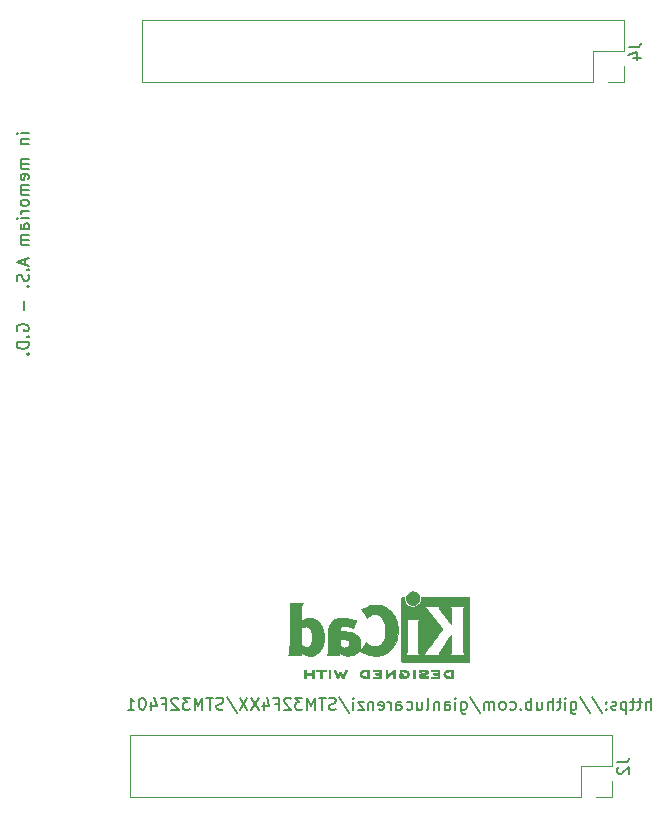
<source format=gbo>
%TF.GenerationSoftware,KiCad,Pcbnew,5.1.9+dfsg1-1*%
%TF.CreationDate,2022-02-05T10:31:28+01:00*%
%TF.ProjectId,STM32F4XX,53544d33-3246-4345-9858-2e6b69636164,2.0*%
%TF.SameCoordinates,Original*%
%TF.FileFunction,Legend,Bot*%
%TF.FilePolarity,Positive*%
%FSLAX46Y46*%
G04 Gerber Fmt 4.6, Leading zero omitted, Abs format (unit mm)*
G04 Created by KiCad (PCBNEW 5.1.9+dfsg1-1) date 2022-02-05 10:31:28*
%MOMM*%
%LPD*%
G01*
G04 APERTURE LIST*
%ADD10C,0.150000*%
%ADD11C,0.120000*%
%ADD12C,0.010000*%
G04 APERTURE END LIST*
D10*
X171119047Y-115452380D02*
X171119047Y-114452380D01*
X170690476Y-115452380D02*
X170690476Y-114928571D01*
X170738095Y-114833333D01*
X170833333Y-114785714D01*
X170976190Y-114785714D01*
X171071428Y-114833333D01*
X171119047Y-114880952D01*
X170357142Y-114785714D02*
X169976190Y-114785714D01*
X170214285Y-114452380D02*
X170214285Y-115309523D01*
X170166666Y-115404761D01*
X170071428Y-115452380D01*
X169976190Y-115452380D01*
X169785714Y-114785714D02*
X169404761Y-114785714D01*
X169642857Y-114452380D02*
X169642857Y-115309523D01*
X169595238Y-115404761D01*
X169500000Y-115452380D01*
X169404761Y-115452380D01*
X169071428Y-114785714D02*
X169071428Y-115785714D01*
X169071428Y-114833333D02*
X168976190Y-114785714D01*
X168785714Y-114785714D01*
X168690476Y-114833333D01*
X168642857Y-114880952D01*
X168595238Y-114976190D01*
X168595238Y-115261904D01*
X168642857Y-115357142D01*
X168690476Y-115404761D01*
X168785714Y-115452380D01*
X168976190Y-115452380D01*
X169071428Y-115404761D01*
X168214285Y-115404761D02*
X168119047Y-115452380D01*
X167928571Y-115452380D01*
X167833333Y-115404761D01*
X167785714Y-115309523D01*
X167785714Y-115261904D01*
X167833333Y-115166666D01*
X167928571Y-115119047D01*
X168071428Y-115119047D01*
X168166666Y-115071428D01*
X168214285Y-114976190D01*
X168214285Y-114928571D01*
X168166666Y-114833333D01*
X168071428Y-114785714D01*
X167928571Y-114785714D01*
X167833333Y-114833333D01*
X167357142Y-115357142D02*
X167309523Y-115404761D01*
X167357142Y-115452380D01*
X167404761Y-115404761D01*
X167357142Y-115357142D01*
X167357142Y-115452380D01*
X167357142Y-114833333D02*
X167309523Y-114880952D01*
X167357142Y-114928571D01*
X167404761Y-114880952D01*
X167357142Y-114833333D01*
X167357142Y-114928571D01*
X166166666Y-114404761D02*
X167023809Y-115690476D01*
X165119047Y-114404761D02*
X165976190Y-115690476D01*
X164357142Y-114785714D02*
X164357142Y-115595238D01*
X164404761Y-115690476D01*
X164452380Y-115738095D01*
X164547619Y-115785714D01*
X164690476Y-115785714D01*
X164785714Y-115738095D01*
X164357142Y-115404761D02*
X164452380Y-115452380D01*
X164642857Y-115452380D01*
X164738095Y-115404761D01*
X164785714Y-115357142D01*
X164833333Y-115261904D01*
X164833333Y-114976190D01*
X164785714Y-114880952D01*
X164738095Y-114833333D01*
X164642857Y-114785714D01*
X164452380Y-114785714D01*
X164357142Y-114833333D01*
X163880952Y-115452380D02*
X163880952Y-114785714D01*
X163880952Y-114452380D02*
X163928571Y-114500000D01*
X163880952Y-114547619D01*
X163833333Y-114500000D01*
X163880952Y-114452380D01*
X163880952Y-114547619D01*
X163547619Y-114785714D02*
X163166666Y-114785714D01*
X163404761Y-114452380D02*
X163404761Y-115309523D01*
X163357142Y-115404761D01*
X163261904Y-115452380D01*
X163166666Y-115452380D01*
X162833333Y-115452380D02*
X162833333Y-114452380D01*
X162404761Y-115452380D02*
X162404761Y-114928571D01*
X162452380Y-114833333D01*
X162547619Y-114785714D01*
X162690476Y-114785714D01*
X162785714Y-114833333D01*
X162833333Y-114880952D01*
X161500000Y-114785714D02*
X161500000Y-115452380D01*
X161928571Y-114785714D02*
X161928571Y-115309523D01*
X161880952Y-115404761D01*
X161785714Y-115452380D01*
X161642857Y-115452380D01*
X161547619Y-115404761D01*
X161500000Y-115357142D01*
X161023809Y-115452380D02*
X161023809Y-114452380D01*
X161023809Y-114833333D02*
X160928571Y-114785714D01*
X160738095Y-114785714D01*
X160642857Y-114833333D01*
X160595238Y-114880952D01*
X160547619Y-114976190D01*
X160547619Y-115261904D01*
X160595238Y-115357142D01*
X160642857Y-115404761D01*
X160738095Y-115452380D01*
X160928571Y-115452380D01*
X161023809Y-115404761D01*
X160119047Y-115357142D02*
X160071428Y-115404761D01*
X160119047Y-115452380D01*
X160166666Y-115404761D01*
X160119047Y-115357142D01*
X160119047Y-115452380D01*
X159214285Y-115404761D02*
X159309523Y-115452380D01*
X159500000Y-115452380D01*
X159595238Y-115404761D01*
X159642857Y-115357142D01*
X159690476Y-115261904D01*
X159690476Y-114976190D01*
X159642857Y-114880952D01*
X159595238Y-114833333D01*
X159500000Y-114785714D01*
X159309523Y-114785714D01*
X159214285Y-114833333D01*
X158642857Y-115452380D02*
X158738095Y-115404761D01*
X158785714Y-115357142D01*
X158833333Y-115261904D01*
X158833333Y-114976190D01*
X158785714Y-114880952D01*
X158738095Y-114833333D01*
X158642857Y-114785714D01*
X158500000Y-114785714D01*
X158404761Y-114833333D01*
X158357142Y-114880952D01*
X158309523Y-114976190D01*
X158309523Y-115261904D01*
X158357142Y-115357142D01*
X158404761Y-115404761D01*
X158500000Y-115452380D01*
X158642857Y-115452380D01*
X157880952Y-115452380D02*
X157880952Y-114785714D01*
X157880952Y-114880952D02*
X157833333Y-114833333D01*
X157738095Y-114785714D01*
X157595238Y-114785714D01*
X157500000Y-114833333D01*
X157452380Y-114928571D01*
X157452380Y-115452380D01*
X157452380Y-114928571D02*
X157404761Y-114833333D01*
X157309523Y-114785714D01*
X157166666Y-114785714D01*
X157071428Y-114833333D01*
X157023809Y-114928571D01*
X157023809Y-115452380D01*
X155833333Y-114404761D02*
X156690476Y-115690476D01*
X155071428Y-114785714D02*
X155071428Y-115595238D01*
X155119047Y-115690476D01*
X155166666Y-115738095D01*
X155261904Y-115785714D01*
X155404761Y-115785714D01*
X155500000Y-115738095D01*
X155071428Y-115404761D02*
X155166666Y-115452380D01*
X155357142Y-115452380D01*
X155452380Y-115404761D01*
X155500000Y-115357142D01*
X155547619Y-115261904D01*
X155547619Y-114976190D01*
X155500000Y-114880952D01*
X155452380Y-114833333D01*
X155357142Y-114785714D01*
X155166666Y-114785714D01*
X155071428Y-114833333D01*
X154595238Y-115452380D02*
X154595238Y-114785714D01*
X154595238Y-114452380D02*
X154642857Y-114500000D01*
X154595238Y-114547619D01*
X154547619Y-114500000D01*
X154595238Y-114452380D01*
X154595238Y-114547619D01*
X153690476Y-115452380D02*
X153690476Y-114928571D01*
X153738095Y-114833333D01*
X153833333Y-114785714D01*
X154023809Y-114785714D01*
X154119047Y-114833333D01*
X153690476Y-115404761D02*
X153785714Y-115452380D01*
X154023809Y-115452380D01*
X154119047Y-115404761D01*
X154166666Y-115309523D01*
X154166666Y-115214285D01*
X154119047Y-115119047D01*
X154023809Y-115071428D01*
X153785714Y-115071428D01*
X153690476Y-115023809D01*
X153214285Y-114785714D02*
X153214285Y-115452380D01*
X153214285Y-114880952D02*
X153166666Y-114833333D01*
X153071428Y-114785714D01*
X152928571Y-114785714D01*
X152833333Y-114833333D01*
X152785714Y-114928571D01*
X152785714Y-115452380D01*
X152166666Y-115452380D02*
X152261904Y-115404761D01*
X152309523Y-115309523D01*
X152309523Y-114452380D01*
X151357142Y-114785714D02*
X151357142Y-115452380D01*
X151785714Y-114785714D02*
X151785714Y-115309523D01*
X151738095Y-115404761D01*
X151642857Y-115452380D01*
X151500000Y-115452380D01*
X151404761Y-115404761D01*
X151357142Y-115357142D01*
X150452380Y-115404761D02*
X150547619Y-115452380D01*
X150738095Y-115452380D01*
X150833333Y-115404761D01*
X150880952Y-115357142D01*
X150928571Y-115261904D01*
X150928571Y-114976190D01*
X150880952Y-114880952D01*
X150833333Y-114833333D01*
X150738095Y-114785714D01*
X150547619Y-114785714D01*
X150452380Y-114833333D01*
X149595238Y-115452380D02*
X149595238Y-114928571D01*
X149642857Y-114833333D01*
X149738095Y-114785714D01*
X149928571Y-114785714D01*
X150023809Y-114833333D01*
X149595238Y-115404761D02*
X149690476Y-115452380D01*
X149928571Y-115452380D01*
X150023809Y-115404761D01*
X150071428Y-115309523D01*
X150071428Y-115214285D01*
X150023809Y-115119047D01*
X149928571Y-115071428D01*
X149690476Y-115071428D01*
X149595238Y-115023809D01*
X149119047Y-115452380D02*
X149119047Y-114785714D01*
X149119047Y-114976190D02*
X149071428Y-114880952D01*
X149023809Y-114833333D01*
X148928571Y-114785714D01*
X148833333Y-114785714D01*
X148119047Y-115404761D02*
X148214285Y-115452380D01*
X148404761Y-115452380D01*
X148500000Y-115404761D01*
X148547619Y-115309523D01*
X148547619Y-114928571D01*
X148500000Y-114833333D01*
X148404761Y-114785714D01*
X148214285Y-114785714D01*
X148119047Y-114833333D01*
X148071428Y-114928571D01*
X148071428Y-115023809D01*
X148547619Y-115119047D01*
X147642857Y-114785714D02*
X147642857Y-115452380D01*
X147642857Y-114880952D02*
X147595238Y-114833333D01*
X147500000Y-114785714D01*
X147357142Y-114785714D01*
X147261904Y-114833333D01*
X147214285Y-114928571D01*
X147214285Y-115452380D01*
X146833333Y-114785714D02*
X146309523Y-114785714D01*
X146833333Y-115452380D01*
X146309523Y-115452380D01*
X145928571Y-115452380D02*
X145928571Y-114785714D01*
X145928571Y-114452380D02*
X145976190Y-114500000D01*
X145928571Y-114547619D01*
X145880952Y-114500000D01*
X145928571Y-114452380D01*
X145928571Y-114547619D01*
X144738095Y-114404761D02*
X145595238Y-115690476D01*
X144452380Y-115404761D02*
X144309523Y-115452380D01*
X144071428Y-115452380D01*
X143976190Y-115404761D01*
X143928571Y-115357142D01*
X143880952Y-115261904D01*
X143880952Y-115166666D01*
X143928571Y-115071428D01*
X143976190Y-115023809D01*
X144071428Y-114976190D01*
X144261904Y-114928571D01*
X144357142Y-114880952D01*
X144404761Y-114833333D01*
X144452380Y-114738095D01*
X144452380Y-114642857D01*
X144404761Y-114547619D01*
X144357142Y-114500000D01*
X144261904Y-114452380D01*
X144023809Y-114452380D01*
X143880952Y-114500000D01*
X143595238Y-114452380D02*
X143023809Y-114452380D01*
X143309523Y-115452380D02*
X143309523Y-114452380D01*
X142690476Y-115452380D02*
X142690476Y-114452380D01*
X142357142Y-115166666D01*
X142023809Y-114452380D01*
X142023809Y-115452380D01*
X141642857Y-114452380D02*
X141023809Y-114452380D01*
X141357142Y-114833333D01*
X141214285Y-114833333D01*
X141119047Y-114880952D01*
X141071428Y-114928571D01*
X141023809Y-115023809D01*
X141023809Y-115261904D01*
X141071428Y-115357142D01*
X141119047Y-115404761D01*
X141214285Y-115452380D01*
X141500000Y-115452380D01*
X141595238Y-115404761D01*
X141642857Y-115357142D01*
X140642857Y-114547619D02*
X140595238Y-114500000D01*
X140500000Y-114452380D01*
X140261904Y-114452380D01*
X140166666Y-114500000D01*
X140119047Y-114547619D01*
X140071428Y-114642857D01*
X140071428Y-114738095D01*
X140119047Y-114880952D01*
X140690476Y-115452380D01*
X140071428Y-115452380D01*
X139309523Y-114928571D02*
X139642857Y-114928571D01*
X139642857Y-115452380D02*
X139642857Y-114452380D01*
X139166666Y-114452380D01*
X138357142Y-114785714D02*
X138357142Y-115452380D01*
X138595238Y-114404761D02*
X138833333Y-115119047D01*
X138214285Y-115119047D01*
X137928571Y-114452380D02*
X137261904Y-115452380D01*
X137261904Y-114452380D02*
X137928571Y-115452380D01*
X136976190Y-114452380D02*
X136309523Y-115452380D01*
X136309523Y-114452380D02*
X136976190Y-115452380D01*
X135214285Y-114404761D02*
X136071428Y-115690476D01*
X134928571Y-115404761D02*
X134785714Y-115452380D01*
X134547619Y-115452380D01*
X134452380Y-115404761D01*
X134404761Y-115357142D01*
X134357142Y-115261904D01*
X134357142Y-115166666D01*
X134404761Y-115071428D01*
X134452380Y-115023809D01*
X134547619Y-114976190D01*
X134738095Y-114928571D01*
X134833333Y-114880952D01*
X134880952Y-114833333D01*
X134928571Y-114738095D01*
X134928571Y-114642857D01*
X134880952Y-114547619D01*
X134833333Y-114500000D01*
X134738095Y-114452380D01*
X134500000Y-114452380D01*
X134357142Y-114500000D01*
X134071428Y-114452380D02*
X133500000Y-114452380D01*
X133785714Y-115452380D02*
X133785714Y-114452380D01*
X133166666Y-115452380D02*
X133166666Y-114452380D01*
X132833333Y-115166666D01*
X132500000Y-114452380D01*
X132500000Y-115452380D01*
X132119047Y-114452380D02*
X131500000Y-114452380D01*
X131833333Y-114833333D01*
X131690476Y-114833333D01*
X131595238Y-114880952D01*
X131547619Y-114928571D01*
X131500000Y-115023809D01*
X131500000Y-115261904D01*
X131547619Y-115357142D01*
X131595238Y-115404761D01*
X131690476Y-115452380D01*
X131976190Y-115452380D01*
X132071428Y-115404761D01*
X132119047Y-115357142D01*
X131119047Y-114547619D02*
X131071428Y-114500000D01*
X130976190Y-114452380D01*
X130738095Y-114452380D01*
X130642857Y-114500000D01*
X130595238Y-114547619D01*
X130547619Y-114642857D01*
X130547619Y-114738095D01*
X130595238Y-114880952D01*
X131166666Y-115452380D01*
X130547619Y-115452380D01*
X129785714Y-114928571D02*
X130119047Y-114928571D01*
X130119047Y-115452380D02*
X130119047Y-114452380D01*
X129642857Y-114452380D01*
X128833333Y-114785714D02*
X128833333Y-115452380D01*
X129071428Y-114404761D02*
X129309523Y-115119047D01*
X128690476Y-115119047D01*
X128119047Y-114452380D02*
X128023809Y-114452380D01*
X127928571Y-114500000D01*
X127880952Y-114547619D01*
X127833333Y-114642857D01*
X127785714Y-114833333D01*
X127785714Y-115071428D01*
X127833333Y-115261904D01*
X127880952Y-115357142D01*
X127928571Y-115404761D01*
X128023809Y-115452380D01*
X128119047Y-115452380D01*
X128214285Y-115404761D01*
X128261904Y-115357142D01*
X128309523Y-115261904D01*
X128357142Y-115071428D01*
X128357142Y-114833333D01*
X128309523Y-114642857D01*
X128261904Y-114547619D01*
X128214285Y-114500000D01*
X128119047Y-114452380D01*
X126833333Y-115452380D02*
X127404761Y-115452380D01*
X127119047Y-115452380D02*
X127119047Y-114452380D01*
X127214285Y-114595238D01*
X127309523Y-114690476D01*
X127404761Y-114738095D01*
X118452380Y-66666666D02*
X117785714Y-66666666D01*
X117452380Y-66666666D02*
X117500000Y-66619047D01*
X117547619Y-66666666D01*
X117500000Y-66714285D01*
X117452380Y-66666666D01*
X117547619Y-66666666D01*
X117785714Y-67142857D02*
X118452380Y-67142857D01*
X117880952Y-67142857D02*
X117833333Y-67190476D01*
X117785714Y-67285714D01*
X117785714Y-67428571D01*
X117833333Y-67523809D01*
X117928571Y-67571428D01*
X118452380Y-67571428D01*
X118452380Y-68809523D02*
X117785714Y-68809523D01*
X117880952Y-68809523D02*
X117833333Y-68857142D01*
X117785714Y-68952380D01*
X117785714Y-69095238D01*
X117833333Y-69190476D01*
X117928571Y-69238095D01*
X118452380Y-69238095D01*
X117928571Y-69238095D02*
X117833333Y-69285714D01*
X117785714Y-69380952D01*
X117785714Y-69523809D01*
X117833333Y-69619047D01*
X117928571Y-69666666D01*
X118452380Y-69666666D01*
X118404761Y-70523809D02*
X118452380Y-70428571D01*
X118452380Y-70238095D01*
X118404761Y-70142857D01*
X118309523Y-70095238D01*
X117928571Y-70095238D01*
X117833333Y-70142857D01*
X117785714Y-70238095D01*
X117785714Y-70428571D01*
X117833333Y-70523809D01*
X117928571Y-70571428D01*
X118023809Y-70571428D01*
X118119047Y-70095238D01*
X118452380Y-71000000D02*
X117785714Y-71000000D01*
X117880952Y-71000000D02*
X117833333Y-71047619D01*
X117785714Y-71142857D01*
X117785714Y-71285714D01*
X117833333Y-71380952D01*
X117928571Y-71428571D01*
X118452380Y-71428571D01*
X117928571Y-71428571D02*
X117833333Y-71476190D01*
X117785714Y-71571428D01*
X117785714Y-71714285D01*
X117833333Y-71809523D01*
X117928571Y-71857142D01*
X118452380Y-71857142D01*
X118452380Y-72476190D02*
X118404761Y-72380952D01*
X118357142Y-72333333D01*
X118261904Y-72285714D01*
X117976190Y-72285714D01*
X117880952Y-72333333D01*
X117833333Y-72380952D01*
X117785714Y-72476190D01*
X117785714Y-72619047D01*
X117833333Y-72714285D01*
X117880952Y-72761904D01*
X117976190Y-72809523D01*
X118261904Y-72809523D01*
X118357142Y-72761904D01*
X118404761Y-72714285D01*
X118452380Y-72619047D01*
X118452380Y-72476190D01*
X118452380Y-73238095D02*
X117785714Y-73238095D01*
X117976190Y-73238095D02*
X117880952Y-73285714D01*
X117833333Y-73333333D01*
X117785714Y-73428571D01*
X117785714Y-73523809D01*
X118452380Y-73857142D02*
X117785714Y-73857142D01*
X117452380Y-73857142D02*
X117500000Y-73809523D01*
X117547619Y-73857142D01*
X117500000Y-73904761D01*
X117452380Y-73857142D01*
X117547619Y-73857142D01*
X118452380Y-74761904D02*
X117928571Y-74761904D01*
X117833333Y-74714285D01*
X117785714Y-74619047D01*
X117785714Y-74428571D01*
X117833333Y-74333333D01*
X118404761Y-74761904D02*
X118452380Y-74666666D01*
X118452380Y-74428571D01*
X118404761Y-74333333D01*
X118309523Y-74285714D01*
X118214285Y-74285714D01*
X118119047Y-74333333D01*
X118071428Y-74428571D01*
X118071428Y-74666666D01*
X118023809Y-74761904D01*
X118452380Y-75238095D02*
X117785714Y-75238095D01*
X117880952Y-75238095D02*
X117833333Y-75285714D01*
X117785714Y-75380952D01*
X117785714Y-75523809D01*
X117833333Y-75619047D01*
X117928571Y-75666666D01*
X118452380Y-75666666D01*
X117928571Y-75666666D02*
X117833333Y-75714285D01*
X117785714Y-75809523D01*
X117785714Y-75952380D01*
X117833333Y-76047619D01*
X117928571Y-76095238D01*
X118452380Y-76095238D01*
X118166666Y-77285714D02*
X118166666Y-77761904D01*
X118452380Y-77190476D02*
X117452380Y-77523809D01*
X118452380Y-77857142D01*
X118357142Y-78190476D02*
X118404761Y-78238095D01*
X118452380Y-78190476D01*
X118404761Y-78142857D01*
X118357142Y-78190476D01*
X118452380Y-78190476D01*
X118404761Y-78619047D02*
X118452380Y-78761904D01*
X118452380Y-79000000D01*
X118404761Y-79095238D01*
X118357142Y-79142857D01*
X118261904Y-79190476D01*
X118166666Y-79190476D01*
X118071428Y-79142857D01*
X118023809Y-79095238D01*
X117976190Y-79000000D01*
X117928571Y-78809523D01*
X117880952Y-78714285D01*
X117833333Y-78666666D01*
X117738095Y-78619047D01*
X117642857Y-78619047D01*
X117547619Y-78666666D01*
X117500000Y-78714285D01*
X117452380Y-78809523D01*
X117452380Y-79047619D01*
X117500000Y-79190476D01*
X118357142Y-79619047D02*
X118404761Y-79666666D01*
X118452380Y-79619047D01*
X118404761Y-79571428D01*
X118357142Y-79619047D01*
X118452380Y-79619047D01*
X118071428Y-80857142D02*
X118071428Y-81619047D01*
X117500000Y-83380952D02*
X117452380Y-83285714D01*
X117452380Y-83142857D01*
X117500000Y-83000000D01*
X117595238Y-82904761D01*
X117690476Y-82857142D01*
X117880952Y-82809523D01*
X118023809Y-82809523D01*
X118214285Y-82857142D01*
X118309523Y-82904761D01*
X118404761Y-83000000D01*
X118452380Y-83142857D01*
X118452380Y-83238095D01*
X118404761Y-83380952D01*
X118357142Y-83428571D01*
X118023809Y-83428571D01*
X118023809Y-83238095D01*
X118357142Y-83857142D02*
X118404761Y-83904761D01*
X118452380Y-83857142D01*
X118404761Y-83809523D01*
X118357142Y-83857142D01*
X118452380Y-83857142D01*
X118452380Y-84333333D02*
X117452380Y-84333333D01*
X117452380Y-84571428D01*
X117500000Y-84714285D01*
X117595238Y-84809523D01*
X117690476Y-84857142D01*
X117880952Y-84904761D01*
X118023809Y-84904761D01*
X118214285Y-84857142D01*
X118309523Y-84809523D01*
X118404761Y-84714285D01*
X118452380Y-84571428D01*
X118452380Y-84333333D01*
X118357142Y-85333333D02*
X118404761Y-85380952D01*
X118452380Y-85333333D01*
X118404761Y-85285714D01*
X118357142Y-85333333D01*
X118452380Y-85333333D01*
D11*
%TO.C,J2*%
X127070000Y-122830000D02*
X127070000Y-117630000D01*
X165230000Y-122830000D02*
X127070000Y-122830000D01*
X167830000Y-117630000D02*
X127070000Y-117630000D01*
X165230000Y-122830000D02*
X165230000Y-120230000D01*
X165230000Y-120230000D02*
X167830000Y-120230000D01*
X167830000Y-120230000D02*
X167830000Y-117630000D01*
X166500000Y-122830000D02*
X167830000Y-122830000D01*
X167830000Y-122830000D02*
X167830000Y-121500000D01*
%TO.C,J4*%
X128070000Y-62290000D02*
X128070000Y-57090000D01*
X166230000Y-62290000D02*
X128070000Y-62290000D01*
X168830000Y-57090000D02*
X128070000Y-57090000D01*
X166230000Y-62290000D02*
X166230000Y-59690000D01*
X166230000Y-59690000D02*
X168830000Y-59690000D01*
X168830000Y-59690000D02*
X168830000Y-57090000D01*
X167500000Y-62290000D02*
X168830000Y-62290000D01*
X168830000Y-62290000D02*
X168830000Y-60960000D01*
D12*
%TO.C,LOGO2*%
G36*
X154055743Y-105893689D02*
G01*
X153791220Y-105893725D01*
X153668088Y-105893730D01*
X151697189Y-105893730D01*
X151697189Y-106009910D01*
X151684789Y-106151291D01*
X151647364Y-106281684D01*
X151584577Y-106401862D01*
X151496094Y-106512602D01*
X151466157Y-106542511D01*
X151358466Y-106627348D01*
X151239725Y-106689221D01*
X151113460Y-106728159D01*
X150983197Y-106744190D01*
X150852465Y-106737342D01*
X150724788Y-106707643D01*
X150603695Y-106655120D01*
X150492712Y-106579803D01*
X150442868Y-106534363D01*
X150349983Y-106422952D01*
X150281873Y-106300435D01*
X150239129Y-106168215D01*
X150222347Y-106027692D01*
X150222124Y-106013867D01*
X150221244Y-105893734D01*
X150168443Y-105893732D01*
X150121604Y-105900089D01*
X150078817Y-105915556D01*
X150075989Y-105917154D01*
X150066325Y-105922168D01*
X150057451Y-105926073D01*
X150049335Y-105930007D01*
X150041943Y-105935106D01*
X150035245Y-105942508D01*
X150029208Y-105953351D01*
X150023801Y-105968772D01*
X150018990Y-105989909D01*
X150014745Y-106017899D01*
X150011032Y-106053879D01*
X150007821Y-106098987D01*
X150005078Y-106154360D01*
X150002772Y-106221137D01*
X150000871Y-106300453D01*
X149999342Y-106393447D01*
X149998154Y-106501257D01*
X149997274Y-106625019D01*
X149996670Y-106765871D01*
X149996311Y-106924950D01*
X149996165Y-107103395D01*
X149996198Y-107302342D01*
X149996380Y-107522929D01*
X149996677Y-107766293D01*
X149997059Y-108033572D01*
X149997492Y-108325903D01*
X149997945Y-108644424D01*
X149997998Y-108683230D01*
X149998404Y-109003782D01*
X149998749Y-109298012D01*
X149999069Y-109567056D01*
X149999400Y-109812052D01*
X149999779Y-110034137D01*
X150000243Y-110234447D01*
X150000828Y-110414119D01*
X150001570Y-110574290D01*
X150002506Y-110716098D01*
X150003673Y-110840679D01*
X150005107Y-110949170D01*
X150006844Y-111042707D01*
X150008922Y-111122429D01*
X150011376Y-111189472D01*
X150014244Y-111244973D01*
X150017561Y-111290068D01*
X150021364Y-111325895D01*
X150025690Y-111353591D01*
X150030575Y-111374293D01*
X150036055Y-111389137D01*
X150042168Y-111399260D01*
X150048950Y-111405800D01*
X150056437Y-111409893D01*
X150064666Y-111412676D01*
X150073673Y-111415287D01*
X150083495Y-111418862D01*
X150085894Y-111419950D01*
X150093435Y-111422396D01*
X150106056Y-111424642D01*
X150124859Y-111426698D01*
X150150947Y-111428572D01*
X150185422Y-111430271D01*
X150229385Y-111431803D01*
X150283939Y-111433177D01*
X150350185Y-111434400D01*
X150429226Y-111435481D01*
X150522163Y-111436427D01*
X150630099Y-111437247D01*
X150754136Y-111437947D01*
X150895376Y-111438538D01*
X151054921Y-111439025D01*
X151233872Y-111439419D01*
X151433332Y-111439725D01*
X151654404Y-111439953D01*
X151898188Y-111440110D01*
X152165787Y-111440205D01*
X152458303Y-111440245D01*
X152776839Y-111440238D01*
X152880021Y-111440228D01*
X153205623Y-111440176D01*
X153504881Y-111440091D01*
X153778909Y-111439963D01*
X154028824Y-111439785D01*
X154255740Y-111439548D01*
X154460773Y-111439242D01*
X154645038Y-111438860D01*
X154809650Y-111438392D01*
X154955725Y-111437830D01*
X155084376Y-111437165D01*
X155196721Y-111436388D01*
X155293874Y-111435491D01*
X155376950Y-111434465D01*
X155447064Y-111433301D01*
X155505332Y-111431991D01*
X155552869Y-111430525D01*
X155590790Y-111428896D01*
X155620210Y-111427093D01*
X155642245Y-111425110D01*
X155658010Y-111422936D01*
X155668620Y-111420563D01*
X155674404Y-111418391D01*
X155684684Y-111414056D01*
X155694122Y-111410859D01*
X155702755Y-111407665D01*
X155710619Y-111403338D01*
X155717748Y-111396744D01*
X155724179Y-111386747D01*
X155729947Y-111372212D01*
X155735089Y-111352003D01*
X155739640Y-111324985D01*
X155743635Y-111290023D01*
X155747111Y-111245981D01*
X155750102Y-111191724D01*
X155752646Y-111126117D01*
X155754777Y-111048024D01*
X155756532Y-110956310D01*
X155757945Y-110849840D01*
X155758315Y-110808973D01*
X155391884Y-110808973D01*
X154096734Y-110808973D01*
X154121655Y-110771217D01*
X154146447Y-110732417D01*
X154167440Y-110695469D01*
X154184935Y-110657788D01*
X154199230Y-110616788D01*
X154210623Y-110569883D01*
X154219413Y-110514487D01*
X154225898Y-110448016D01*
X154230377Y-110367883D01*
X154233150Y-110271502D01*
X154234513Y-110156289D01*
X154234767Y-110019657D01*
X154234209Y-109859020D01*
X154233893Y-109799382D01*
X154230325Y-109160041D01*
X153825298Y-109711449D01*
X153710554Y-109867876D01*
X153611143Y-110004088D01*
X153525990Y-110121890D01*
X153454022Y-110223084D01*
X153394166Y-110309477D01*
X153345348Y-110382874D01*
X153306495Y-110445077D01*
X153276534Y-110497893D01*
X153254391Y-110543125D01*
X153238993Y-110582578D01*
X153229266Y-110618058D01*
X153224137Y-110651368D01*
X153222532Y-110684313D01*
X153223379Y-110718697D01*
X153223595Y-110723019D01*
X153228054Y-110809031D01*
X151808692Y-110808973D01*
X151914265Y-110702522D01*
X151942913Y-110673406D01*
X151970090Y-110645076D01*
X151996989Y-110615968D01*
X152024803Y-110584520D01*
X152054725Y-110549169D01*
X152087946Y-110508354D01*
X152125661Y-110460511D01*
X152169060Y-110404079D01*
X152219338Y-110337494D01*
X152277688Y-110259195D01*
X152345300Y-110167619D01*
X152423369Y-110061204D01*
X152513088Y-109938387D01*
X152615648Y-109797605D01*
X152732242Y-109637297D01*
X152827809Y-109505798D01*
X152947749Y-109340596D01*
X153052380Y-109196152D01*
X153142648Y-109071094D01*
X153219503Y-108964052D01*
X153283891Y-108873654D01*
X153336761Y-108798529D01*
X153379060Y-108737304D01*
X153411736Y-108688610D01*
X153435738Y-108651074D01*
X153452013Y-108623325D01*
X153461508Y-108603992D01*
X153465173Y-108591703D01*
X153464071Y-108585242D01*
X153450724Y-108568048D01*
X153421866Y-108531655D01*
X153379240Y-108478224D01*
X153324585Y-108409919D01*
X153259644Y-108328903D01*
X153186158Y-108237340D01*
X153105868Y-108137392D01*
X153020515Y-108031224D01*
X152931840Y-107920997D01*
X152841586Y-107808876D01*
X152791944Y-107747244D01*
X151559373Y-107747244D01*
X151508146Y-107839919D01*
X151456919Y-107932595D01*
X151456919Y-110623622D01*
X151508146Y-110716298D01*
X151559373Y-110808973D01*
X150953396Y-110808973D01*
X150808734Y-110808931D01*
X150689244Y-110808741D01*
X150592642Y-110808308D01*
X150516642Y-110807536D01*
X150458957Y-110806330D01*
X150417301Y-110804594D01*
X150389389Y-110802232D01*
X150372935Y-110799150D01*
X150365652Y-110795251D01*
X150365255Y-110790440D01*
X150369458Y-110784622D01*
X150369501Y-110784574D01*
X150386813Y-110759532D01*
X150409736Y-110718815D01*
X150429981Y-110678168D01*
X150468379Y-110596162D01*
X150476211Y-107747244D01*
X151559373Y-107747244D01*
X152791944Y-107747244D01*
X152751493Y-107697024D01*
X152663302Y-107587604D01*
X152578754Y-107482778D01*
X152499592Y-107384711D01*
X152427556Y-107295566D01*
X152364387Y-107217505D01*
X152311827Y-107152692D01*
X152271617Y-107103290D01*
X152248000Y-107074487D01*
X152156290Y-106966778D01*
X152068060Y-106869580D01*
X151986403Y-106786076D01*
X151914410Y-106719448D01*
X151863319Y-106678599D01*
X151802907Y-106635135D01*
X153192298Y-106635135D01*
X153191908Y-106716666D01*
X153195791Y-106776606D01*
X153210390Y-106832177D01*
X153232988Y-106884855D01*
X153247678Y-106914615D01*
X153263472Y-106944103D01*
X153281814Y-106975276D01*
X153304145Y-107010093D01*
X153331909Y-107050510D01*
X153366549Y-107098486D01*
X153409507Y-107155978D01*
X153462227Y-107224943D01*
X153526151Y-107307339D01*
X153602721Y-107405124D01*
X153693381Y-107520255D01*
X153799574Y-107654690D01*
X153811568Y-107669859D01*
X154230325Y-108199412D01*
X154234378Y-107612922D01*
X154235195Y-107437251D01*
X154235021Y-107288532D01*
X154233849Y-107166275D01*
X154231669Y-107069989D01*
X154228474Y-106999183D01*
X154224256Y-106953369D01*
X154222838Y-106944679D01*
X154200591Y-106853135D01*
X154171443Y-106770608D01*
X154138182Y-106704253D01*
X154118200Y-106676110D01*
X154083722Y-106635135D01*
X154737914Y-106635135D01*
X154893969Y-106635269D01*
X155024467Y-106635703D01*
X155131310Y-106636489D01*
X155216398Y-106637676D01*
X155281635Y-106639317D01*
X155328921Y-106641461D01*
X155360157Y-106644159D01*
X155377246Y-106647462D01*
X155382088Y-106651421D01*
X155381753Y-106652298D01*
X155367885Y-106673231D01*
X155344732Y-106706412D01*
X155332754Y-106723193D01*
X155320369Y-106739940D01*
X155309237Y-106754915D01*
X155299288Y-106769594D01*
X155290451Y-106785449D01*
X155282657Y-106803955D01*
X155275835Y-106826585D01*
X155269916Y-106854813D01*
X155264829Y-106890113D01*
X155260504Y-106933958D01*
X155256871Y-106987822D01*
X155253860Y-107053180D01*
X155251401Y-107131504D01*
X155249423Y-107224268D01*
X155247858Y-107332947D01*
X155246634Y-107459013D01*
X155245681Y-107603942D01*
X155244930Y-107769206D01*
X155244311Y-107956279D01*
X155243752Y-108166635D01*
X155243185Y-108401748D01*
X155242655Y-108617741D01*
X155242155Y-108858535D01*
X155241895Y-109088274D01*
X155241868Y-109305493D01*
X155242067Y-109508722D01*
X155242486Y-109696496D01*
X155243118Y-109867345D01*
X155243956Y-110019803D01*
X155244992Y-110152403D01*
X155246220Y-110263676D01*
X155247633Y-110352156D01*
X155249225Y-110416375D01*
X155250987Y-110454865D01*
X155251321Y-110458933D01*
X155263466Y-110552248D01*
X155282427Y-110627190D01*
X155311302Y-110692594D01*
X155353190Y-110757293D01*
X155358429Y-110764352D01*
X155391884Y-110808973D01*
X155758315Y-110808973D01*
X155759054Y-110727479D01*
X155759893Y-110588090D01*
X155760498Y-110430539D01*
X155760905Y-110253691D01*
X155761150Y-110056410D01*
X155761267Y-109837560D01*
X155761295Y-109596007D01*
X155761267Y-109330615D01*
X155761220Y-109040249D01*
X155761190Y-108723773D01*
X155761189Y-108660946D01*
X155761172Y-108341137D01*
X155761112Y-108047661D01*
X155761002Y-107779390D01*
X155760833Y-107535198D01*
X155760597Y-107313957D01*
X155760284Y-107114540D01*
X155759885Y-106935820D01*
X155759393Y-106776671D01*
X155758797Y-106635966D01*
X155758090Y-106512576D01*
X155757263Y-106405376D01*
X155756307Y-106313238D01*
X155755213Y-106235035D01*
X155753973Y-106169641D01*
X155752578Y-106115928D01*
X155751018Y-106072769D01*
X155749286Y-106039037D01*
X155747372Y-106013605D01*
X155745268Y-105995347D01*
X155742966Y-105983134D01*
X155740455Y-105975841D01*
X155740363Y-105975659D01*
X155735192Y-105964518D01*
X155730885Y-105954431D01*
X155726121Y-105945346D01*
X155719578Y-105937212D01*
X155709935Y-105929976D01*
X155695871Y-105923586D01*
X155676063Y-105917989D01*
X155649191Y-105913133D01*
X155613933Y-105908966D01*
X155568968Y-105905436D01*
X155512974Y-105902491D01*
X155444629Y-105900077D01*
X155362614Y-105898144D01*
X155265605Y-105896638D01*
X155152282Y-105895508D01*
X155021323Y-105894702D01*
X154871407Y-105894166D01*
X154701213Y-105893849D01*
X154509418Y-105893699D01*
X154294702Y-105893663D01*
X154055743Y-105893689D01*
G37*
X154055743Y-105893689D02*
X153791220Y-105893725D01*
X153668088Y-105893730D01*
X151697189Y-105893730D01*
X151697189Y-106009910D01*
X151684789Y-106151291D01*
X151647364Y-106281684D01*
X151584577Y-106401862D01*
X151496094Y-106512602D01*
X151466157Y-106542511D01*
X151358466Y-106627348D01*
X151239725Y-106689221D01*
X151113460Y-106728159D01*
X150983197Y-106744190D01*
X150852465Y-106737342D01*
X150724788Y-106707643D01*
X150603695Y-106655120D01*
X150492712Y-106579803D01*
X150442868Y-106534363D01*
X150349983Y-106422952D01*
X150281873Y-106300435D01*
X150239129Y-106168215D01*
X150222347Y-106027692D01*
X150222124Y-106013867D01*
X150221244Y-105893734D01*
X150168443Y-105893732D01*
X150121604Y-105900089D01*
X150078817Y-105915556D01*
X150075989Y-105917154D01*
X150066325Y-105922168D01*
X150057451Y-105926073D01*
X150049335Y-105930007D01*
X150041943Y-105935106D01*
X150035245Y-105942508D01*
X150029208Y-105953351D01*
X150023801Y-105968772D01*
X150018990Y-105989909D01*
X150014745Y-106017899D01*
X150011032Y-106053879D01*
X150007821Y-106098987D01*
X150005078Y-106154360D01*
X150002772Y-106221137D01*
X150000871Y-106300453D01*
X149999342Y-106393447D01*
X149998154Y-106501257D01*
X149997274Y-106625019D01*
X149996670Y-106765871D01*
X149996311Y-106924950D01*
X149996165Y-107103395D01*
X149996198Y-107302342D01*
X149996380Y-107522929D01*
X149996677Y-107766293D01*
X149997059Y-108033572D01*
X149997492Y-108325903D01*
X149997945Y-108644424D01*
X149997998Y-108683230D01*
X149998404Y-109003782D01*
X149998749Y-109298012D01*
X149999069Y-109567056D01*
X149999400Y-109812052D01*
X149999779Y-110034137D01*
X150000243Y-110234447D01*
X150000828Y-110414119D01*
X150001570Y-110574290D01*
X150002506Y-110716098D01*
X150003673Y-110840679D01*
X150005107Y-110949170D01*
X150006844Y-111042707D01*
X150008922Y-111122429D01*
X150011376Y-111189472D01*
X150014244Y-111244973D01*
X150017561Y-111290068D01*
X150021364Y-111325895D01*
X150025690Y-111353591D01*
X150030575Y-111374293D01*
X150036055Y-111389137D01*
X150042168Y-111399260D01*
X150048950Y-111405800D01*
X150056437Y-111409893D01*
X150064666Y-111412676D01*
X150073673Y-111415287D01*
X150083495Y-111418862D01*
X150085894Y-111419950D01*
X150093435Y-111422396D01*
X150106056Y-111424642D01*
X150124859Y-111426698D01*
X150150947Y-111428572D01*
X150185422Y-111430271D01*
X150229385Y-111431803D01*
X150283939Y-111433177D01*
X150350185Y-111434400D01*
X150429226Y-111435481D01*
X150522163Y-111436427D01*
X150630099Y-111437247D01*
X150754136Y-111437947D01*
X150895376Y-111438538D01*
X151054921Y-111439025D01*
X151233872Y-111439419D01*
X151433332Y-111439725D01*
X151654404Y-111439953D01*
X151898188Y-111440110D01*
X152165787Y-111440205D01*
X152458303Y-111440245D01*
X152776839Y-111440238D01*
X152880021Y-111440228D01*
X153205623Y-111440176D01*
X153504881Y-111440091D01*
X153778909Y-111439963D01*
X154028824Y-111439785D01*
X154255740Y-111439548D01*
X154460773Y-111439242D01*
X154645038Y-111438860D01*
X154809650Y-111438392D01*
X154955725Y-111437830D01*
X155084376Y-111437165D01*
X155196721Y-111436388D01*
X155293874Y-111435491D01*
X155376950Y-111434465D01*
X155447064Y-111433301D01*
X155505332Y-111431991D01*
X155552869Y-111430525D01*
X155590790Y-111428896D01*
X155620210Y-111427093D01*
X155642245Y-111425110D01*
X155658010Y-111422936D01*
X155668620Y-111420563D01*
X155674404Y-111418391D01*
X155684684Y-111414056D01*
X155694122Y-111410859D01*
X155702755Y-111407665D01*
X155710619Y-111403338D01*
X155717748Y-111396744D01*
X155724179Y-111386747D01*
X155729947Y-111372212D01*
X155735089Y-111352003D01*
X155739640Y-111324985D01*
X155743635Y-111290023D01*
X155747111Y-111245981D01*
X155750102Y-111191724D01*
X155752646Y-111126117D01*
X155754777Y-111048024D01*
X155756532Y-110956310D01*
X155757945Y-110849840D01*
X155758315Y-110808973D01*
X155391884Y-110808973D01*
X154096734Y-110808973D01*
X154121655Y-110771217D01*
X154146447Y-110732417D01*
X154167440Y-110695469D01*
X154184935Y-110657788D01*
X154199230Y-110616788D01*
X154210623Y-110569883D01*
X154219413Y-110514487D01*
X154225898Y-110448016D01*
X154230377Y-110367883D01*
X154233150Y-110271502D01*
X154234513Y-110156289D01*
X154234767Y-110019657D01*
X154234209Y-109859020D01*
X154233893Y-109799382D01*
X154230325Y-109160041D01*
X153825298Y-109711449D01*
X153710554Y-109867876D01*
X153611143Y-110004088D01*
X153525990Y-110121890D01*
X153454022Y-110223084D01*
X153394166Y-110309477D01*
X153345348Y-110382874D01*
X153306495Y-110445077D01*
X153276534Y-110497893D01*
X153254391Y-110543125D01*
X153238993Y-110582578D01*
X153229266Y-110618058D01*
X153224137Y-110651368D01*
X153222532Y-110684313D01*
X153223379Y-110718697D01*
X153223595Y-110723019D01*
X153228054Y-110809031D01*
X151808692Y-110808973D01*
X151914265Y-110702522D01*
X151942913Y-110673406D01*
X151970090Y-110645076D01*
X151996989Y-110615968D01*
X152024803Y-110584520D01*
X152054725Y-110549169D01*
X152087946Y-110508354D01*
X152125661Y-110460511D01*
X152169060Y-110404079D01*
X152219338Y-110337494D01*
X152277688Y-110259195D01*
X152345300Y-110167619D01*
X152423369Y-110061204D01*
X152513088Y-109938387D01*
X152615648Y-109797605D01*
X152732242Y-109637297D01*
X152827809Y-109505798D01*
X152947749Y-109340596D01*
X153052380Y-109196152D01*
X153142648Y-109071094D01*
X153219503Y-108964052D01*
X153283891Y-108873654D01*
X153336761Y-108798529D01*
X153379060Y-108737304D01*
X153411736Y-108688610D01*
X153435738Y-108651074D01*
X153452013Y-108623325D01*
X153461508Y-108603992D01*
X153465173Y-108591703D01*
X153464071Y-108585242D01*
X153450724Y-108568048D01*
X153421866Y-108531655D01*
X153379240Y-108478224D01*
X153324585Y-108409919D01*
X153259644Y-108328903D01*
X153186158Y-108237340D01*
X153105868Y-108137392D01*
X153020515Y-108031224D01*
X152931840Y-107920997D01*
X152841586Y-107808876D01*
X152791944Y-107747244D01*
X151559373Y-107747244D01*
X151508146Y-107839919D01*
X151456919Y-107932595D01*
X151456919Y-110623622D01*
X151508146Y-110716298D01*
X151559373Y-110808973D01*
X150953396Y-110808973D01*
X150808734Y-110808931D01*
X150689244Y-110808741D01*
X150592642Y-110808308D01*
X150516642Y-110807536D01*
X150458957Y-110806330D01*
X150417301Y-110804594D01*
X150389389Y-110802232D01*
X150372935Y-110799150D01*
X150365652Y-110795251D01*
X150365255Y-110790440D01*
X150369458Y-110784622D01*
X150369501Y-110784574D01*
X150386813Y-110759532D01*
X150409736Y-110718815D01*
X150429981Y-110678168D01*
X150468379Y-110596162D01*
X150476211Y-107747244D01*
X151559373Y-107747244D01*
X152791944Y-107747244D01*
X152751493Y-107697024D01*
X152663302Y-107587604D01*
X152578754Y-107482778D01*
X152499592Y-107384711D01*
X152427556Y-107295566D01*
X152364387Y-107217505D01*
X152311827Y-107152692D01*
X152271617Y-107103290D01*
X152248000Y-107074487D01*
X152156290Y-106966778D01*
X152068060Y-106869580D01*
X151986403Y-106786076D01*
X151914410Y-106719448D01*
X151863319Y-106678599D01*
X151802907Y-106635135D01*
X153192298Y-106635135D01*
X153191908Y-106716666D01*
X153195791Y-106776606D01*
X153210390Y-106832177D01*
X153232988Y-106884855D01*
X153247678Y-106914615D01*
X153263472Y-106944103D01*
X153281814Y-106975276D01*
X153304145Y-107010093D01*
X153331909Y-107050510D01*
X153366549Y-107098486D01*
X153409507Y-107155978D01*
X153462227Y-107224943D01*
X153526151Y-107307339D01*
X153602721Y-107405124D01*
X153693381Y-107520255D01*
X153799574Y-107654690D01*
X153811568Y-107669859D01*
X154230325Y-108199412D01*
X154234378Y-107612922D01*
X154235195Y-107437251D01*
X154235021Y-107288532D01*
X154233849Y-107166275D01*
X154231669Y-107069989D01*
X154228474Y-106999183D01*
X154224256Y-106953369D01*
X154222838Y-106944679D01*
X154200591Y-106853135D01*
X154171443Y-106770608D01*
X154138182Y-106704253D01*
X154118200Y-106676110D01*
X154083722Y-106635135D01*
X154737914Y-106635135D01*
X154893969Y-106635269D01*
X155024467Y-106635703D01*
X155131310Y-106636489D01*
X155216398Y-106637676D01*
X155281635Y-106639317D01*
X155328921Y-106641461D01*
X155360157Y-106644159D01*
X155377246Y-106647462D01*
X155382088Y-106651421D01*
X155381753Y-106652298D01*
X155367885Y-106673231D01*
X155344732Y-106706412D01*
X155332754Y-106723193D01*
X155320369Y-106739940D01*
X155309237Y-106754915D01*
X155299288Y-106769594D01*
X155290451Y-106785449D01*
X155282657Y-106803955D01*
X155275835Y-106826585D01*
X155269916Y-106854813D01*
X155264829Y-106890113D01*
X155260504Y-106933958D01*
X155256871Y-106987822D01*
X155253860Y-107053180D01*
X155251401Y-107131504D01*
X155249423Y-107224268D01*
X155247858Y-107332947D01*
X155246634Y-107459013D01*
X155245681Y-107603942D01*
X155244930Y-107769206D01*
X155244311Y-107956279D01*
X155243752Y-108166635D01*
X155243185Y-108401748D01*
X155242655Y-108617741D01*
X155242155Y-108858535D01*
X155241895Y-109088274D01*
X155241868Y-109305493D01*
X155242067Y-109508722D01*
X155242486Y-109696496D01*
X155243118Y-109867345D01*
X155243956Y-110019803D01*
X155244992Y-110152403D01*
X155246220Y-110263676D01*
X155247633Y-110352156D01*
X155249225Y-110416375D01*
X155250987Y-110454865D01*
X155251321Y-110458933D01*
X155263466Y-110552248D01*
X155282427Y-110627190D01*
X155311302Y-110692594D01*
X155353190Y-110757293D01*
X155358429Y-110764352D01*
X155391884Y-110808973D01*
X155758315Y-110808973D01*
X155759054Y-110727479D01*
X155759893Y-110588090D01*
X155760498Y-110430539D01*
X155760905Y-110253691D01*
X155761150Y-110056410D01*
X155761267Y-109837560D01*
X155761295Y-109596007D01*
X155761267Y-109330615D01*
X155761220Y-109040249D01*
X155761190Y-108723773D01*
X155761189Y-108660946D01*
X155761172Y-108341137D01*
X155761112Y-108047661D01*
X155761002Y-107779390D01*
X155760833Y-107535198D01*
X155760597Y-107313957D01*
X155760284Y-107114540D01*
X155759885Y-106935820D01*
X155759393Y-106776671D01*
X155758797Y-106635966D01*
X155758090Y-106512576D01*
X155757263Y-106405376D01*
X155756307Y-106313238D01*
X155755213Y-106235035D01*
X155753973Y-106169641D01*
X155752578Y-106115928D01*
X155751018Y-106072769D01*
X155749286Y-106039037D01*
X155747372Y-106013605D01*
X155745268Y-105995347D01*
X155742966Y-105983134D01*
X155740455Y-105975841D01*
X155740363Y-105975659D01*
X155735192Y-105964518D01*
X155730885Y-105954431D01*
X155726121Y-105945346D01*
X155719578Y-105937212D01*
X155709935Y-105929976D01*
X155695871Y-105923586D01*
X155676063Y-105917989D01*
X155649191Y-105913133D01*
X155613933Y-105908966D01*
X155568968Y-105905436D01*
X155512974Y-105902491D01*
X155444629Y-105900077D01*
X155362614Y-105898144D01*
X155265605Y-105896638D01*
X155152282Y-105895508D01*
X155021323Y-105894702D01*
X154871407Y-105894166D01*
X154701213Y-105893849D01*
X154509418Y-105893699D01*
X154294702Y-105893663D01*
X154055743Y-105893689D01*
G36*
X147660038Y-106580499D02*
G01*
X147511986Y-106596707D01*
X147368548Y-106625718D01*
X147223890Y-106669045D01*
X147072176Y-106728201D01*
X146907572Y-106804700D01*
X146877929Y-106819517D01*
X146809902Y-106853031D01*
X146745744Y-106883208D01*
X146691785Y-106907166D01*
X146654360Y-106922024D01*
X146648611Y-106923895D01*
X146593514Y-106940402D01*
X146840149Y-107299201D01*
X146900448Y-107386893D01*
X146955578Y-107467012D01*
X147003664Y-107536836D01*
X147042832Y-107593647D01*
X147071206Y-107634723D01*
X147086913Y-107657346D01*
X147089464Y-107660928D01*
X147099829Y-107653438D01*
X147125340Y-107630918D01*
X147161437Y-107597461D01*
X147181358Y-107578550D01*
X147294227Y-107488778D01*
X147420986Y-107420561D01*
X147530217Y-107383195D01*
X147595786Y-107371460D01*
X147677884Y-107364308D01*
X147766856Y-107361874D01*
X147853044Y-107364288D01*
X147926795Y-107371683D01*
X147956224Y-107377347D01*
X148088867Y-107422982D01*
X148208394Y-107492663D01*
X148314717Y-107586260D01*
X148407747Y-107703649D01*
X148487395Y-107844700D01*
X148553574Y-108009286D01*
X148606194Y-108197280D01*
X148637467Y-108358217D01*
X148645626Y-108429263D01*
X148651185Y-108521046D01*
X148654198Y-108626968D01*
X148654719Y-108740434D01*
X148652800Y-108854849D01*
X148648497Y-108963617D01*
X148641863Y-109060143D01*
X148632951Y-109137831D01*
X148631021Y-109149817D01*
X148588501Y-109342892D01*
X148530567Y-109513773D01*
X148456867Y-109663224D01*
X148367049Y-109792011D01*
X148303293Y-109861639D01*
X148188714Y-109956173D01*
X148063058Y-110026246D01*
X147928443Y-110071477D01*
X147786989Y-110091484D01*
X147640817Y-110085885D01*
X147492045Y-110054300D01*
X147404089Y-110023394D01*
X147282371Y-109961506D01*
X147156920Y-109872729D01*
X147086647Y-109812694D01*
X147047189Y-109777947D01*
X147016188Y-109752454D01*
X146998542Y-109740170D01*
X146996352Y-109739795D01*
X146988476Y-109752347D01*
X146968068Y-109785516D01*
X146936868Y-109836458D01*
X146896614Y-109902331D01*
X146849043Y-109980289D01*
X146795896Y-110067490D01*
X146766313Y-110116067D01*
X146540352Y-110487215D01*
X146822473Y-110626639D01*
X146924478Y-110676719D01*
X147007111Y-110716210D01*
X147075422Y-110747073D01*
X147134463Y-110771268D01*
X147189286Y-110790758D01*
X147244940Y-110807503D01*
X147306477Y-110823465D01*
X147365460Y-110837482D01*
X147417885Y-110848329D01*
X147472712Y-110856526D01*
X147535428Y-110862528D01*
X147611523Y-110866790D01*
X147706484Y-110869767D01*
X147770487Y-110871052D01*
X147861808Y-110871930D01*
X147949373Y-110871487D01*
X148027388Y-110869852D01*
X148090058Y-110867149D01*
X148131587Y-110863505D01*
X148134048Y-110863142D01*
X148349697Y-110816487D01*
X148552207Y-110745729D01*
X148741505Y-110650914D01*
X148917521Y-110532089D01*
X149080184Y-110389300D01*
X149229422Y-110222594D01*
X149337504Y-110074433D01*
X149452566Y-109880502D01*
X149545577Y-109675699D01*
X149616987Y-109458383D01*
X149667244Y-109226912D01*
X149696799Y-108979643D01*
X149706111Y-108728559D01*
X149698452Y-108485670D01*
X149674387Y-108261570D01*
X149633148Y-108052477D01*
X149573973Y-107854613D01*
X149496096Y-107664196D01*
X149486797Y-107644468D01*
X149384352Y-107460059D01*
X149258528Y-107284576D01*
X149112888Y-107121650D01*
X148950999Y-106974914D01*
X148776424Y-106848001D01*
X148613756Y-106754905D01*
X148449427Y-106681991D01*
X148284749Y-106629174D01*
X148113348Y-106595015D01*
X147928847Y-106578078D01*
X147818541Y-106575580D01*
X147660038Y-106580499D01*
G37*
X147660038Y-106580499D02*
X147511986Y-106596707D01*
X147368548Y-106625718D01*
X147223890Y-106669045D01*
X147072176Y-106728201D01*
X146907572Y-106804700D01*
X146877929Y-106819517D01*
X146809902Y-106853031D01*
X146745744Y-106883208D01*
X146691785Y-106907166D01*
X146654360Y-106922024D01*
X146648611Y-106923895D01*
X146593514Y-106940402D01*
X146840149Y-107299201D01*
X146900448Y-107386893D01*
X146955578Y-107467012D01*
X147003664Y-107536836D01*
X147042832Y-107593647D01*
X147071206Y-107634723D01*
X147086913Y-107657346D01*
X147089464Y-107660928D01*
X147099829Y-107653438D01*
X147125340Y-107630918D01*
X147161437Y-107597461D01*
X147181358Y-107578550D01*
X147294227Y-107488778D01*
X147420986Y-107420561D01*
X147530217Y-107383195D01*
X147595786Y-107371460D01*
X147677884Y-107364308D01*
X147766856Y-107361874D01*
X147853044Y-107364288D01*
X147926795Y-107371683D01*
X147956224Y-107377347D01*
X148088867Y-107422982D01*
X148208394Y-107492663D01*
X148314717Y-107586260D01*
X148407747Y-107703649D01*
X148487395Y-107844700D01*
X148553574Y-108009286D01*
X148606194Y-108197280D01*
X148637467Y-108358217D01*
X148645626Y-108429263D01*
X148651185Y-108521046D01*
X148654198Y-108626968D01*
X148654719Y-108740434D01*
X148652800Y-108854849D01*
X148648497Y-108963617D01*
X148641863Y-109060143D01*
X148632951Y-109137831D01*
X148631021Y-109149817D01*
X148588501Y-109342892D01*
X148530567Y-109513773D01*
X148456867Y-109663224D01*
X148367049Y-109792011D01*
X148303293Y-109861639D01*
X148188714Y-109956173D01*
X148063058Y-110026246D01*
X147928443Y-110071477D01*
X147786989Y-110091484D01*
X147640817Y-110085885D01*
X147492045Y-110054300D01*
X147404089Y-110023394D01*
X147282371Y-109961506D01*
X147156920Y-109872729D01*
X147086647Y-109812694D01*
X147047189Y-109777947D01*
X147016188Y-109752454D01*
X146998542Y-109740170D01*
X146996352Y-109739795D01*
X146988476Y-109752347D01*
X146968068Y-109785516D01*
X146936868Y-109836458D01*
X146896614Y-109902331D01*
X146849043Y-109980289D01*
X146795896Y-110067490D01*
X146766313Y-110116067D01*
X146540352Y-110487215D01*
X146822473Y-110626639D01*
X146924478Y-110676719D01*
X147007111Y-110716210D01*
X147075422Y-110747073D01*
X147134463Y-110771268D01*
X147189286Y-110790758D01*
X147244940Y-110807503D01*
X147306477Y-110823465D01*
X147365460Y-110837482D01*
X147417885Y-110848329D01*
X147472712Y-110856526D01*
X147535428Y-110862528D01*
X147611523Y-110866790D01*
X147706484Y-110869767D01*
X147770487Y-110871052D01*
X147861808Y-110871930D01*
X147949373Y-110871487D01*
X148027388Y-110869852D01*
X148090058Y-110867149D01*
X148131587Y-110863505D01*
X148134048Y-110863142D01*
X148349697Y-110816487D01*
X148552207Y-110745729D01*
X148741505Y-110650914D01*
X148917521Y-110532089D01*
X149080184Y-110389300D01*
X149229422Y-110222594D01*
X149337504Y-110074433D01*
X149452566Y-109880502D01*
X149545577Y-109675699D01*
X149616987Y-109458383D01*
X149667244Y-109226912D01*
X149696799Y-108979643D01*
X149706111Y-108728559D01*
X149698452Y-108485670D01*
X149674387Y-108261570D01*
X149633148Y-108052477D01*
X149573973Y-107854613D01*
X149496096Y-107664196D01*
X149486797Y-107644468D01*
X149384352Y-107460059D01*
X149258528Y-107284576D01*
X149112888Y-107121650D01*
X148950999Y-106974914D01*
X148776424Y-106848001D01*
X148613756Y-106754905D01*
X148449427Y-106681991D01*
X148284749Y-106629174D01*
X148113348Y-106595015D01*
X147928847Y-106578078D01*
X147818541Y-106575580D01*
X147660038Y-106580499D01*
G36*
X144932495Y-107684229D02*
G01*
X144864469Y-107689378D01*
X144669837Y-107715273D01*
X144497471Y-107756575D01*
X144346530Y-107813853D01*
X144216175Y-107887674D01*
X144105566Y-107978608D01*
X144013865Y-108087222D01*
X143940230Y-108214085D01*
X143886461Y-108351352D01*
X143872813Y-108395137D01*
X143860927Y-108436141D01*
X143850666Y-108476569D01*
X143841887Y-108518630D01*
X143834452Y-108564531D01*
X143828220Y-108616480D01*
X143823050Y-108676685D01*
X143818804Y-108747352D01*
X143815340Y-108830689D01*
X143812519Y-108928905D01*
X143810200Y-109044205D01*
X143808243Y-109178799D01*
X143806509Y-109334893D01*
X143804857Y-109514695D01*
X143803676Y-109655676D01*
X143795730Y-110623622D01*
X143744244Y-110716770D01*
X143719863Y-110761645D01*
X143701720Y-110796501D01*
X143693065Y-110815054D01*
X143692757Y-110816311D01*
X143705986Y-110817749D01*
X143743674Y-110819074D01*
X143802817Y-110820249D01*
X143880414Y-110821237D01*
X143973464Y-110821999D01*
X144078965Y-110822500D01*
X144193916Y-110822701D01*
X144207622Y-110822703D01*
X144722487Y-110822703D01*
X144722487Y-110706000D01*
X144723365Y-110653260D01*
X144725708Y-110612926D01*
X144729079Y-110591300D01*
X144730569Y-110589298D01*
X144744196Y-110597683D01*
X144772243Y-110619692D01*
X144808697Y-110650601D01*
X144809515Y-110651316D01*
X144876038Y-110700843D01*
X144960052Y-110750575D01*
X145052063Y-110795626D01*
X145142579Y-110831110D01*
X145182433Y-110843236D01*
X145261745Y-110858637D01*
X145359065Y-110868465D01*
X145465484Y-110872580D01*
X145572093Y-110870841D01*
X145669983Y-110863108D01*
X145738487Y-110851981D01*
X145906480Y-110802648D01*
X146057719Y-110732342D01*
X146191218Y-110641933D01*
X146305994Y-110532295D01*
X146401063Y-110404299D01*
X146475440Y-110258818D01*
X146507526Y-110170541D01*
X146527635Y-110084739D01*
X146540962Y-109981736D01*
X146547128Y-109871034D01*
X146546926Y-109854925D01*
X145618352Y-109854925D01*
X145610652Y-109937184D01*
X145585011Y-110005546D01*
X145537622Y-110068970D01*
X145519421Y-110087567D01*
X145454718Y-110137846D01*
X145379934Y-110170056D01*
X145290338Y-110185648D01*
X145195988Y-110186796D01*
X145106499Y-110179216D01*
X145037982Y-110164389D01*
X145008225Y-110153253D01*
X144954592Y-110122904D01*
X144897765Y-110080221D01*
X144845918Y-110032317D01*
X144807222Y-109986301D01*
X144796946Y-109969421D01*
X144788958Y-109945782D01*
X144783279Y-109908168D01*
X144779644Y-109852985D01*
X144777789Y-109776640D01*
X144777406Y-109703981D01*
X144777665Y-109619270D01*
X144778713Y-109558018D01*
X144780955Y-109516227D01*
X144784794Y-109489899D01*
X144790635Y-109475035D01*
X144798882Y-109467639D01*
X144801433Y-109466461D01*
X144823600Y-109462833D01*
X144867320Y-109459866D01*
X144926689Y-109457827D01*
X144995804Y-109456983D01*
X145010811Y-109456982D01*
X145103195Y-109458457D01*
X145174568Y-109462842D01*
X145231281Y-109470738D01*
X145278128Y-109482270D01*
X145394331Y-109526215D01*
X145485457Y-109580243D01*
X145552295Y-109645219D01*
X145595635Y-109722005D01*
X145616266Y-109811467D01*
X145618352Y-109854925D01*
X146546926Y-109854925D01*
X146545756Y-109762133D01*
X146536468Y-109664536D01*
X146529223Y-109625105D01*
X146482961Y-109478701D01*
X146412616Y-109343995D01*
X146319516Y-109222280D01*
X146204988Y-109114847D01*
X146070360Y-109022988D01*
X145916960Y-108947996D01*
X145786541Y-108902458D01*
X145699377Y-108878533D01*
X145616004Y-108859943D01*
X145531024Y-108846084D01*
X145439035Y-108836351D01*
X145334638Y-108830141D01*
X145212432Y-108826851D01*
X145101945Y-108825924D01*
X144774323Y-108825027D01*
X144780599Y-108726547D01*
X144798421Y-108619695D01*
X144836333Y-108527852D01*
X144892720Y-108453310D01*
X144965969Y-108398364D01*
X145030465Y-108371552D01*
X145122877Y-108354654D01*
X145232889Y-108352227D01*
X145355344Y-108363378D01*
X145485086Y-108387210D01*
X145616958Y-108422830D01*
X145745802Y-108469343D01*
X145839434Y-108511883D01*
X145884483Y-108533728D01*
X145918844Y-108548984D01*
X145936319Y-108554937D01*
X145937267Y-108554746D01*
X145943297Y-108541412D01*
X145958355Y-108506068D01*
X145981023Y-108452101D01*
X146009885Y-108382896D01*
X146043523Y-108301840D01*
X146077716Y-108219118D01*
X146214414Y-107887803D01*
X146117180Y-107871833D01*
X146075036Y-107863820D01*
X146011681Y-107850361D01*
X145932543Y-107832679D01*
X145843049Y-107811996D01*
X145748627Y-107789532D01*
X145711027Y-107780403D01*
X145548363Y-107742674D01*
X145405950Y-107714388D01*
X145278473Y-107694972D01*
X145160616Y-107683854D01*
X145047062Y-107680464D01*
X144932495Y-107684229D01*
G37*
X144932495Y-107684229D02*
X144864469Y-107689378D01*
X144669837Y-107715273D01*
X144497471Y-107756575D01*
X144346530Y-107813853D01*
X144216175Y-107887674D01*
X144105566Y-107978608D01*
X144013865Y-108087222D01*
X143940230Y-108214085D01*
X143886461Y-108351352D01*
X143872813Y-108395137D01*
X143860927Y-108436141D01*
X143850666Y-108476569D01*
X143841887Y-108518630D01*
X143834452Y-108564531D01*
X143828220Y-108616480D01*
X143823050Y-108676685D01*
X143818804Y-108747352D01*
X143815340Y-108830689D01*
X143812519Y-108928905D01*
X143810200Y-109044205D01*
X143808243Y-109178799D01*
X143806509Y-109334893D01*
X143804857Y-109514695D01*
X143803676Y-109655676D01*
X143795730Y-110623622D01*
X143744244Y-110716770D01*
X143719863Y-110761645D01*
X143701720Y-110796501D01*
X143693065Y-110815054D01*
X143692757Y-110816311D01*
X143705986Y-110817749D01*
X143743674Y-110819074D01*
X143802817Y-110820249D01*
X143880414Y-110821237D01*
X143973464Y-110821999D01*
X144078965Y-110822500D01*
X144193916Y-110822701D01*
X144207622Y-110822703D01*
X144722487Y-110822703D01*
X144722487Y-110706000D01*
X144723365Y-110653260D01*
X144725708Y-110612926D01*
X144729079Y-110591300D01*
X144730569Y-110589298D01*
X144744196Y-110597683D01*
X144772243Y-110619692D01*
X144808697Y-110650601D01*
X144809515Y-110651316D01*
X144876038Y-110700843D01*
X144960052Y-110750575D01*
X145052063Y-110795626D01*
X145142579Y-110831110D01*
X145182433Y-110843236D01*
X145261745Y-110858637D01*
X145359065Y-110868465D01*
X145465484Y-110872580D01*
X145572093Y-110870841D01*
X145669983Y-110863108D01*
X145738487Y-110851981D01*
X145906480Y-110802648D01*
X146057719Y-110732342D01*
X146191218Y-110641933D01*
X146305994Y-110532295D01*
X146401063Y-110404299D01*
X146475440Y-110258818D01*
X146507526Y-110170541D01*
X146527635Y-110084739D01*
X146540962Y-109981736D01*
X146547128Y-109871034D01*
X146546926Y-109854925D01*
X145618352Y-109854925D01*
X145610652Y-109937184D01*
X145585011Y-110005546D01*
X145537622Y-110068970D01*
X145519421Y-110087567D01*
X145454718Y-110137846D01*
X145379934Y-110170056D01*
X145290338Y-110185648D01*
X145195988Y-110186796D01*
X145106499Y-110179216D01*
X145037982Y-110164389D01*
X145008225Y-110153253D01*
X144954592Y-110122904D01*
X144897765Y-110080221D01*
X144845918Y-110032317D01*
X144807222Y-109986301D01*
X144796946Y-109969421D01*
X144788958Y-109945782D01*
X144783279Y-109908168D01*
X144779644Y-109852985D01*
X144777789Y-109776640D01*
X144777406Y-109703981D01*
X144777665Y-109619270D01*
X144778713Y-109558018D01*
X144780955Y-109516227D01*
X144784794Y-109489899D01*
X144790635Y-109475035D01*
X144798882Y-109467639D01*
X144801433Y-109466461D01*
X144823600Y-109462833D01*
X144867320Y-109459866D01*
X144926689Y-109457827D01*
X144995804Y-109456983D01*
X145010811Y-109456982D01*
X145103195Y-109458457D01*
X145174568Y-109462842D01*
X145231281Y-109470738D01*
X145278128Y-109482270D01*
X145394331Y-109526215D01*
X145485457Y-109580243D01*
X145552295Y-109645219D01*
X145595635Y-109722005D01*
X145616266Y-109811467D01*
X145618352Y-109854925D01*
X146546926Y-109854925D01*
X146545756Y-109762133D01*
X146536468Y-109664536D01*
X146529223Y-109625105D01*
X146482961Y-109478701D01*
X146412616Y-109343995D01*
X146319516Y-109222280D01*
X146204988Y-109114847D01*
X146070360Y-109022988D01*
X145916960Y-108947996D01*
X145786541Y-108902458D01*
X145699377Y-108878533D01*
X145616004Y-108859943D01*
X145531024Y-108846084D01*
X145439035Y-108836351D01*
X145334638Y-108830141D01*
X145212432Y-108826851D01*
X145101945Y-108825924D01*
X144774323Y-108825027D01*
X144780599Y-108726547D01*
X144798421Y-108619695D01*
X144836333Y-108527852D01*
X144892720Y-108453310D01*
X144965969Y-108398364D01*
X145030465Y-108371552D01*
X145122877Y-108354654D01*
X145232889Y-108352227D01*
X145355344Y-108363378D01*
X145485086Y-108387210D01*
X145616958Y-108422830D01*
X145745802Y-108469343D01*
X145839434Y-108511883D01*
X145884483Y-108533728D01*
X145918844Y-108548984D01*
X145936319Y-108554937D01*
X145937267Y-108554746D01*
X145943297Y-108541412D01*
X145958355Y-108506068D01*
X145981023Y-108452101D01*
X146009885Y-108382896D01*
X146043523Y-108301840D01*
X146077716Y-108219118D01*
X146214414Y-107887803D01*
X146117180Y-107871833D01*
X146075036Y-107863820D01*
X146011681Y-107850361D01*
X145932543Y-107832679D01*
X145843049Y-107811996D01*
X145748627Y-107789532D01*
X145711027Y-107780403D01*
X145548363Y-107742674D01*
X145405950Y-107714388D01*
X145278473Y-107694972D01*
X145160616Y-107683854D01*
X145047062Y-107680464D01*
X144932495Y-107684229D01*
G36*
X141257730Y-106376825D02*
G01*
X141140959Y-106377304D01*
X141101271Y-106377545D01*
X140555514Y-106381135D01*
X140548649Y-108474919D01*
X140547742Y-108758842D01*
X140546938Y-109016640D01*
X140546185Y-109249646D01*
X140545431Y-109459194D01*
X140544625Y-109646618D01*
X140543715Y-109813250D01*
X140542649Y-109960425D01*
X140541376Y-110089477D01*
X140539844Y-110201739D01*
X140538002Y-110298544D01*
X140535797Y-110381226D01*
X140533178Y-110451119D01*
X140530094Y-110509557D01*
X140526492Y-110557872D01*
X140522322Y-110597400D01*
X140517531Y-110629473D01*
X140512069Y-110655424D01*
X140505882Y-110676589D01*
X140498920Y-110694299D01*
X140491131Y-110709889D01*
X140482463Y-110724693D01*
X140472865Y-110740044D01*
X140462285Y-110757276D01*
X140460116Y-110760946D01*
X140423732Y-110823031D01*
X140949569Y-110819434D01*
X141475406Y-110815838D01*
X141482271Y-110700331D01*
X141486008Y-110644899D01*
X141489903Y-110612851D01*
X141495189Y-110600135D01*
X141503097Y-110602696D01*
X141509730Y-110610024D01*
X141538626Y-110636714D01*
X141585721Y-110671021D01*
X141644380Y-110708846D01*
X141707969Y-110746090D01*
X141769851Y-110778653D01*
X141817366Y-110800077D01*
X141928684Y-110835283D01*
X142056404Y-110860222D01*
X142191099Y-110873941D01*
X142323337Y-110875486D01*
X142443692Y-110863906D01*
X142445674Y-110863574D01*
X142610359Y-110822250D01*
X142764521Y-110756412D01*
X142906672Y-110667474D01*
X143035325Y-110556852D01*
X143148993Y-110425961D01*
X143246190Y-110276216D01*
X143325428Y-110109033D01*
X143368570Y-109985190D01*
X143397021Y-109881581D01*
X143418120Y-109781252D01*
X143432512Y-109678109D01*
X143440842Y-109566057D01*
X143443755Y-109439001D01*
X143442465Y-109335252D01*
X142429350Y-109335252D01*
X142424556Y-109509222D01*
X142409432Y-109658895D01*
X142383515Y-109785597D01*
X142346337Y-109890658D01*
X142297435Y-109975406D01*
X142236342Y-110041169D01*
X142165823Y-110087659D01*
X142129129Y-110105014D01*
X142097304Y-110115419D01*
X142061823Y-110120179D01*
X142014159Y-110120601D01*
X141962811Y-110118748D01*
X141861831Y-110109841D01*
X141781965Y-110092398D01*
X141756865Y-110083661D01*
X141699552Y-110057857D01*
X141639103Y-110025453D01*
X141612703Y-110009233D01*
X141544054Y-109964205D01*
X141544054Y-108536982D01*
X141619568Y-108491718D01*
X141724879Y-108440572D01*
X141832475Y-108410324D01*
X141938419Y-108400795D01*
X142038776Y-108411807D01*
X142129613Y-108443181D01*
X142206993Y-108494740D01*
X142231961Y-108519488D01*
X142292144Y-108600577D01*
X142340855Y-108698734D01*
X142378501Y-108815643D01*
X142405488Y-108952985D01*
X142422225Y-109112444D01*
X142429117Y-109295700D01*
X142429350Y-109335252D01*
X143442465Y-109335252D01*
X143441927Y-109292067D01*
X143430353Y-109066053D01*
X143407080Y-108862192D01*
X143371496Y-108677513D01*
X143322987Y-108509048D01*
X143260940Y-108353826D01*
X143238799Y-108307808D01*
X143149615Y-108157739D01*
X143041841Y-108024377D01*
X142918010Y-107909877D01*
X142780658Y-107816389D01*
X142632317Y-107746068D01*
X142543396Y-107717060D01*
X142456067Y-107699840D01*
X142350989Y-107689594D01*
X142236971Y-107686318D01*
X142122823Y-107690009D01*
X142017352Y-107700660D01*
X141932666Y-107717370D01*
X141831872Y-107750140D01*
X141734178Y-107792279D01*
X141648704Y-107839519D01*
X141603211Y-107871581D01*
X141571831Y-107895422D01*
X141549858Y-107909939D01*
X141544859Y-107912000D01*
X141543310Y-107898718D01*
X141541865Y-107860663D01*
X141540557Y-107800519D01*
X141539417Y-107720973D01*
X141538479Y-107624711D01*
X141537774Y-107514419D01*
X141537333Y-107392781D01*
X141537189Y-107268885D01*
X141537270Y-107110196D01*
X141537665Y-106976408D01*
X141538605Y-106864960D01*
X141540320Y-106773295D01*
X141543043Y-106698853D01*
X141547003Y-106639075D01*
X141552431Y-106591402D01*
X141559559Y-106553274D01*
X141568616Y-106522134D01*
X141579833Y-106495421D01*
X141593442Y-106470577D01*
X141609672Y-106445043D01*
X141611760Y-106441881D01*
X141632694Y-106408810D01*
X141645333Y-106386069D01*
X141647027Y-106381272D01*
X141633784Y-106379759D01*
X141595998Y-106378528D01*
X141536584Y-106377599D01*
X141458458Y-106376992D01*
X141364535Y-106376727D01*
X141257730Y-106376825D01*
G37*
X141257730Y-106376825D02*
X141140959Y-106377304D01*
X141101271Y-106377545D01*
X140555514Y-106381135D01*
X140548649Y-108474919D01*
X140547742Y-108758842D01*
X140546938Y-109016640D01*
X140546185Y-109249646D01*
X140545431Y-109459194D01*
X140544625Y-109646618D01*
X140543715Y-109813250D01*
X140542649Y-109960425D01*
X140541376Y-110089477D01*
X140539844Y-110201739D01*
X140538002Y-110298544D01*
X140535797Y-110381226D01*
X140533178Y-110451119D01*
X140530094Y-110509557D01*
X140526492Y-110557872D01*
X140522322Y-110597400D01*
X140517531Y-110629473D01*
X140512069Y-110655424D01*
X140505882Y-110676589D01*
X140498920Y-110694299D01*
X140491131Y-110709889D01*
X140482463Y-110724693D01*
X140472865Y-110740044D01*
X140462285Y-110757276D01*
X140460116Y-110760946D01*
X140423732Y-110823031D01*
X140949569Y-110819434D01*
X141475406Y-110815838D01*
X141482271Y-110700331D01*
X141486008Y-110644899D01*
X141489903Y-110612851D01*
X141495189Y-110600135D01*
X141503097Y-110602696D01*
X141509730Y-110610024D01*
X141538626Y-110636714D01*
X141585721Y-110671021D01*
X141644380Y-110708846D01*
X141707969Y-110746090D01*
X141769851Y-110778653D01*
X141817366Y-110800077D01*
X141928684Y-110835283D01*
X142056404Y-110860222D01*
X142191099Y-110873941D01*
X142323337Y-110875486D01*
X142443692Y-110863906D01*
X142445674Y-110863574D01*
X142610359Y-110822250D01*
X142764521Y-110756412D01*
X142906672Y-110667474D01*
X143035325Y-110556852D01*
X143148993Y-110425961D01*
X143246190Y-110276216D01*
X143325428Y-110109033D01*
X143368570Y-109985190D01*
X143397021Y-109881581D01*
X143418120Y-109781252D01*
X143432512Y-109678109D01*
X143440842Y-109566057D01*
X143443755Y-109439001D01*
X143442465Y-109335252D01*
X142429350Y-109335252D01*
X142424556Y-109509222D01*
X142409432Y-109658895D01*
X142383515Y-109785597D01*
X142346337Y-109890658D01*
X142297435Y-109975406D01*
X142236342Y-110041169D01*
X142165823Y-110087659D01*
X142129129Y-110105014D01*
X142097304Y-110115419D01*
X142061823Y-110120179D01*
X142014159Y-110120601D01*
X141962811Y-110118748D01*
X141861831Y-110109841D01*
X141781965Y-110092398D01*
X141756865Y-110083661D01*
X141699552Y-110057857D01*
X141639103Y-110025453D01*
X141612703Y-110009233D01*
X141544054Y-109964205D01*
X141544054Y-108536982D01*
X141619568Y-108491718D01*
X141724879Y-108440572D01*
X141832475Y-108410324D01*
X141938419Y-108400795D01*
X142038776Y-108411807D01*
X142129613Y-108443181D01*
X142206993Y-108494740D01*
X142231961Y-108519488D01*
X142292144Y-108600577D01*
X142340855Y-108698734D01*
X142378501Y-108815643D01*
X142405488Y-108952985D01*
X142422225Y-109112444D01*
X142429117Y-109295700D01*
X142429350Y-109335252D01*
X143442465Y-109335252D01*
X143441927Y-109292067D01*
X143430353Y-109066053D01*
X143407080Y-108862192D01*
X143371496Y-108677513D01*
X143322987Y-108509048D01*
X143260940Y-108353826D01*
X143238799Y-108307808D01*
X143149615Y-108157739D01*
X143041841Y-108024377D01*
X142918010Y-107909877D01*
X142780658Y-107816389D01*
X142632317Y-107746068D01*
X142543396Y-107717060D01*
X142456067Y-107699840D01*
X142350989Y-107689594D01*
X142236971Y-107686318D01*
X142122823Y-107690009D01*
X142017352Y-107700660D01*
X141932666Y-107717370D01*
X141831872Y-107750140D01*
X141734178Y-107792279D01*
X141648704Y-107839519D01*
X141603211Y-107871581D01*
X141571831Y-107895422D01*
X141549858Y-107909939D01*
X141544859Y-107912000D01*
X141543310Y-107898718D01*
X141541865Y-107860663D01*
X141540557Y-107800519D01*
X141539417Y-107720973D01*
X141538479Y-107624711D01*
X141537774Y-107514419D01*
X141537333Y-107392781D01*
X141537189Y-107268885D01*
X141537270Y-107110196D01*
X141537665Y-106976408D01*
X141538605Y-106864960D01*
X141540320Y-106773295D01*
X141543043Y-106698853D01*
X141547003Y-106639075D01*
X141552431Y-106591402D01*
X141559559Y-106553274D01*
X141568616Y-106522134D01*
X141579833Y-106495421D01*
X141593442Y-106470577D01*
X141609672Y-106445043D01*
X141611760Y-106441881D01*
X141632694Y-106408810D01*
X141645333Y-106386069D01*
X141647027Y-106381272D01*
X141633784Y-106379759D01*
X141595998Y-106378528D01*
X141536584Y-106377599D01*
X141458458Y-106376992D01*
X141364535Y-106376727D01*
X141257730Y-106376825D01*
G36*
X150826079Y-105456490D02*
G01*
X150722973Y-105492238D01*
X150626978Y-105548507D01*
X150541247Y-105625288D01*
X150468930Y-105722573D01*
X150436445Y-105783892D01*
X150408332Y-105869660D01*
X150394705Y-105968677D01*
X150396214Y-106070471D01*
X150412969Y-106162714D01*
X150458763Y-106275432D01*
X150525168Y-106373207D01*
X150608809Y-106454115D01*
X150706312Y-106516232D01*
X150814300Y-106557634D01*
X150929399Y-106576397D01*
X151048234Y-106570598D01*
X151106811Y-106558206D01*
X151220972Y-106513797D01*
X151322365Y-106446033D01*
X151408545Y-106357001D01*
X151477066Y-106248791D01*
X151482864Y-106236973D01*
X151502904Y-106192628D01*
X151515487Y-106155280D01*
X151522319Y-106115880D01*
X151525105Y-106065381D01*
X151525568Y-106010433D01*
X151524803Y-105944415D01*
X151521352Y-105896689D01*
X151513477Y-105858103D01*
X151499443Y-105819506D01*
X151482120Y-105781426D01*
X151417505Y-105673328D01*
X151337934Y-105585803D01*
X151246560Y-105518841D01*
X151146536Y-105472436D01*
X151041012Y-105446581D01*
X150933142Y-105441268D01*
X150826079Y-105456490D01*
G37*
X150826079Y-105456490D02*
X150722973Y-105492238D01*
X150626978Y-105548507D01*
X150541247Y-105625288D01*
X150468930Y-105722573D01*
X150436445Y-105783892D01*
X150408332Y-105869660D01*
X150394705Y-105968677D01*
X150396214Y-106070471D01*
X150412969Y-106162714D01*
X150458763Y-106275432D01*
X150525168Y-106373207D01*
X150608809Y-106454115D01*
X150706312Y-106516232D01*
X150814300Y-106557634D01*
X150929399Y-106576397D01*
X151048234Y-106570598D01*
X151106811Y-106558206D01*
X151220972Y-106513797D01*
X151322365Y-106446033D01*
X151408545Y-106357001D01*
X151477066Y-106248791D01*
X151482864Y-106236973D01*
X151502904Y-106192628D01*
X151515487Y-106155280D01*
X151522319Y-106115880D01*
X151525105Y-106065381D01*
X151525568Y-106010433D01*
X151524803Y-105944415D01*
X151521352Y-105896689D01*
X151513477Y-105858103D01*
X151499443Y-105819506D01*
X151482120Y-105781426D01*
X151417505Y-105673328D01*
X151337934Y-105585803D01*
X151246560Y-105518841D01*
X151146536Y-105472436D01*
X151041012Y-105446581D01*
X150933142Y-105441268D01*
X150826079Y-105456490D01*
G36*
X141859469Y-112060725D02*
G01*
X141828090Y-112082968D01*
X141800381Y-112110677D01*
X141800381Y-112420112D01*
X141800454Y-112511991D01*
X141800797Y-112584032D01*
X141801600Y-112638972D01*
X141803051Y-112679552D01*
X141805340Y-112708509D01*
X141808656Y-112728583D01*
X141813187Y-112742513D01*
X141819123Y-112753037D01*
X141823778Y-112759292D01*
X141854509Y-112783865D01*
X141889796Y-112786533D01*
X141922047Y-112771463D01*
X141932704Y-112762566D01*
X141939828Y-112750749D01*
X141944125Y-112731718D01*
X141946301Y-112701184D01*
X141947064Y-112654854D01*
X141947137Y-112619063D01*
X141947137Y-112484237D01*
X142443848Y-112484237D01*
X142443848Y-112606892D01*
X142444361Y-112662979D01*
X142446416Y-112701525D01*
X142450784Y-112727553D01*
X142458236Y-112746089D01*
X142467245Y-112759292D01*
X142498148Y-112783796D01*
X142533096Y-112786698D01*
X142566554Y-112769281D01*
X142575688Y-112760151D01*
X142582140Y-112748047D01*
X142586395Y-112729193D01*
X142588940Y-112699812D01*
X142590263Y-112656129D01*
X142590849Y-112594367D01*
X142590917Y-112580192D01*
X142591401Y-112463823D01*
X142591651Y-112367919D01*
X142591569Y-112290369D01*
X142591061Y-112229061D01*
X142590030Y-112181882D01*
X142588379Y-112146722D01*
X142586013Y-112121468D01*
X142582835Y-112104009D01*
X142578748Y-112092233D01*
X142573658Y-112084027D01*
X142568026Y-112077837D01*
X142536164Y-112058036D01*
X142502935Y-112060725D01*
X142471557Y-112082968D01*
X142458859Y-112097318D01*
X142450766Y-112113170D01*
X142446250Y-112135746D01*
X142444286Y-112170270D01*
X142443848Y-112221968D01*
X142443848Y-112337481D01*
X141947137Y-112337481D01*
X141947137Y-112218948D01*
X141946630Y-112164340D01*
X141944594Y-112127467D01*
X141940257Y-112103499D01*
X141932845Y-112087607D01*
X141924559Y-112077837D01*
X141892698Y-112058036D01*
X141859469Y-112060725D01*
G37*
X141859469Y-112060725D02*
X141828090Y-112082968D01*
X141800381Y-112110677D01*
X141800381Y-112420112D01*
X141800454Y-112511991D01*
X141800797Y-112584032D01*
X141801600Y-112638972D01*
X141803051Y-112679552D01*
X141805340Y-112708509D01*
X141808656Y-112728583D01*
X141813187Y-112742513D01*
X141819123Y-112753037D01*
X141823778Y-112759292D01*
X141854509Y-112783865D01*
X141889796Y-112786533D01*
X141922047Y-112771463D01*
X141932704Y-112762566D01*
X141939828Y-112750749D01*
X141944125Y-112731718D01*
X141946301Y-112701184D01*
X141947064Y-112654854D01*
X141947137Y-112619063D01*
X141947137Y-112484237D01*
X142443848Y-112484237D01*
X142443848Y-112606892D01*
X142444361Y-112662979D01*
X142446416Y-112701525D01*
X142450784Y-112727553D01*
X142458236Y-112746089D01*
X142467245Y-112759292D01*
X142498148Y-112783796D01*
X142533096Y-112786698D01*
X142566554Y-112769281D01*
X142575688Y-112760151D01*
X142582140Y-112748047D01*
X142586395Y-112729193D01*
X142588940Y-112699812D01*
X142590263Y-112656129D01*
X142590849Y-112594367D01*
X142590917Y-112580192D01*
X142591401Y-112463823D01*
X142591651Y-112367919D01*
X142591569Y-112290369D01*
X142591061Y-112229061D01*
X142590030Y-112181882D01*
X142588379Y-112146722D01*
X142586013Y-112121468D01*
X142582835Y-112104009D01*
X142578748Y-112092233D01*
X142573658Y-112084027D01*
X142568026Y-112077837D01*
X142536164Y-112058036D01*
X142502935Y-112060725D01*
X142471557Y-112082968D01*
X142458859Y-112097318D01*
X142450766Y-112113170D01*
X142446250Y-112135746D01*
X142444286Y-112170270D01*
X142443848Y-112221968D01*
X142443848Y-112337481D01*
X141947137Y-112337481D01*
X141947137Y-112218948D01*
X141946630Y-112164340D01*
X141944594Y-112127467D01*
X141940257Y-112103499D01*
X141932845Y-112087607D01*
X141924559Y-112077837D01*
X141892698Y-112058036D01*
X141859469Y-112060725D01*
G36*
X143125227Y-112055355D02*
G01*
X143046520Y-112055734D01*
X142985429Y-112056525D01*
X142939475Y-112057862D01*
X142906178Y-112059875D01*
X142883056Y-112062698D01*
X142867630Y-112066461D01*
X142857421Y-112071297D01*
X142852479Y-112075014D01*
X142826835Y-112107550D01*
X142823733Y-112141330D01*
X142839581Y-112172018D01*
X142849944Y-112184281D01*
X142861096Y-112192642D01*
X142877257Y-112197849D01*
X142902650Y-112200649D01*
X142941494Y-112201788D01*
X142998012Y-112202013D01*
X143009112Y-112202014D01*
X143155048Y-112202014D01*
X143155048Y-112472948D01*
X143155144Y-112558346D01*
X143155581Y-112624056D01*
X143156580Y-112672966D01*
X143158364Y-112707965D01*
X143161155Y-112731941D01*
X143165175Y-112747785D01*
X143170647Y-112758383D01*
X143177626Y-112766459D01*
X143210558Y-112786304D01*
X143244938Y-112784740D01*
X143276116Y-112762098D01*
X143278406Y-112759292D01*
X143285863Y-112748684D01*
X143291545Y-112736273D01*
X143295691Y-112719042D01*
X143298542Y-112693976D01*
X143300338Y-112658059D01*
X143301320Y-112608275D01*
X143301728Y-112541609D01*
X143301803Y-112465781D01*
X143301803Y-112202014D01*
X143441165Y-112202014D01*
X143500970Y-112201610D01*
X143542374Y-112200032D01*
X143569544Y-112196739D01*
X143586646Y-112191184D01*
X143597849Y-112182823D01*
X143599209Y-112181370D01*
X143615567Y-112148131D01*
X143614120Y-112110554D01*
X143595314Y-112077837D01*
X143588042Y-112071490D01*
X143578665Y-112066458D01*
X143564683Y-112062588D01*
X143543596Y-112059729D01*
X143512903Y-112057727D01*
X143470103Y-112056431D01*
X143412697Y-112055690D01*
X143338182Y-112055350D01*
X143244059Y-112055260D01*
X143224032Y-112055259D01*
X143125227Y-112055355D01*
G37*
X143125227Y-112055355D02*
X143046520Y-112055734D01*
X142985429Y-112056525D01*
X142939475Y-112057862D01*
X142906178Y-112059875D01*
X142883056Y-112062698D01*
X142867630Y-112066461D01*
X142857421Y-112071297D01*
X142852479Y-112075014D01*
X142826835Y-112107550D01*
X142823733Y-112141330D01*
X142839581Y-112172018D01*
X142849944Y-112184281D01*
X142861096Y-112192642D01*
X142877257Y-112197849D01*
X142902650Y-112200649D01*
X142941494Y-112201788D01*
X142998012Y-112202013D01*
X143009112Y-112202014D01*
X143155048Y-112202014D01*
X143155048Y-112472948D01*
X143155144Y-112558346D01*
X143155581Y-112624056D01*
X143156580Y-112672966D01*
X143158364Y-112707965D01*
X143161155Y-112731941D01*
X143165175Y-112747785D01*
X143170647Y-112758383D01*
X143177626Y-112766459D01*
X143210558Y-112786304D01*
X143244938Y-112784740D01*
X143276116Y-112762098D01*
X143278406Y-112759292D01*
X143285863Y-112748684D01*
X143291545Y-112736273D01*
X143295691Y-112719042D01*
X143298542Y-112693976D01*
X143300338Y-112658059D01*
X143301320Y-112608275D01*
X143301728Y-112541609D01*
X143301803Y-112465781D01*
X143301803Y-112202014D01*
X143441165Y-112202014D01*
X143500970Y-112201610D01*
X143542374Y-112200032D01*
X143569544Y-112196739D01*
X143586646Y-112191184D01*
X143597849Y-112182823D01*
X143599209Y-112181370D01*
X143615567Y-112148131D01*
X143614120Y-112110554D01*
X143595314Y-112077837D01*
X143588042Y-112071490D01*
X143578665Y-112066458D01*
X143564683Y-112062588D01*
X143543596Y-112059729D01*
X143512903Y-112057727D01*
X143470103Y-112056431D01*
X143412697Y-112055690D01*
X143338182Y-112055350D01*
X143244059Y-112055260D01*
X143224032Y-112055259D01*
X143125227Y-112055355D01*
G36*
X143899678Y-112062069D02*
G01*
X143875965Y-112076839D01*
X143849314Y-112098419D01*
X143849314Y-112419965D01*
X143849399Y-112514022D01*
X143849763Y-112588124D01*
X143850568Y-112644896D01*
X143851979Y-112686960D01*
X143854159Y-112716940D01*
X143857271Y-112737459D01*
X143861478Y-112751141D01*
X143866944Y-112760608D01*
X143870820Y-112765274D01*
X143902258Y-112785767D01*
X143938059Y-112784931D01*
X143969419Y-112767456D01*
X143996070Y-112745876D01*
X143996070Y-112098419D01*
X143969419Y-112076839D01*
X143943698Y-112061141D01*
X143922692Y-112055259D01*
X143899678Y-112062069D01*
G37*
X143899678Y-112062069D02*
X143875965Y-112076839D01*
X143849314Y-112098419D01*
X143849314Y-112419965D01*
X143849399Y-112514022D01*
X143849763Y-112588124D01*
X143850568Y-112644896D01*
X143851979Y-112686960D01*
X143854159Y-112716940D01*
X143857271Y-112737459D01*
X143861478Y-112751141D01*
X143866944Y-112760608D01*
X143870820Y-112765274D01*
X143902258Y-112785767D01*
X143938059Y-112784931D01*
X143969419Y-112767456D01*
X143996070Y-112745876D01*
X143996070Y-112098419D01*
X143969419Y-112076839D01*
X143943698Y-112061141D01*
X143922692Y-112055259D01*
X143899678Y-112062069D01*
G36*
X144343627Y-112057226D02*
G01*
X144324037Y-112064227D01*
X144323282Y-112064569D01*
X144296679Y-112084870D01*
X144282022Y-112105753D01*
X144279154Y-112115544D01*
X144279296Y-112128553D01*
X144283331Y-112147087D01*
X144292146Y-112173449D01*
X144306623Y-112209944D01*
X144327647Y-112258879D01*
X144356104Y-112322557D01*
X144392877Y-112403285D01*
X144413117Y-112447408D01*
X144449667Y-112526177D01*
X144483977Y-112598615D01*
X144514740Y-112662072D01*
X144540644Y-112713900D01*
X144560382Y-112751451D01*
X144572642Y-112772076D01*
X144575068Y-112774925D01*
X144606109Y-112787494D01*
X144641171Y-112785811D01*
X144669292Y-112770524D01*
X144670438Y-112769281D01*
X144681624Y-112752346D01*
X144700388Y-112719362D01*
X144724417Y-112674572D01*
X144751395Y-112622224D01*
X144761091Y-112602934D01*
X144834278Y-112456342D01*
X144914052Y-112615585D01*
X144942525Y-112670607D01*
X144968942Y-112718324D01*
X144991144Y-112755085D01*
X145006973Y-112777236D01*
X145012338Y-112781933D01*
X145054035Y-112788294D01*
X145088443Y-112774925D01*
X145098564Y-112760638D01*
X145116078Y-112728884D01*
X145139557Y-112682789D01*
X145167572Y-112625477D01*
X145198693Y-112560072D01*
X145231493Y-112489699D01*
X145264542Y-112417483D01*
X145296411Y-112346547D01*
X145325673Y-112280017D01*
X145350897Y-112221018D01*
X145370656Y-112172673D01*
X145383520Y-112138107D01*
X145388061Y-112120445D01*
X145388015Y-112119805D01*
X145376966Y-112097580D01*
X145354882Y-112074945D01*
X145353582Y-112073960D01*
X145326439Y-112058617D01*
X145301334Y-112058766D01*
X145291924Y-112061658D01*
X145280458Y-112067910D01*
X145268282Y-112080206D01*
X145253935Y-112101100D01*
X145235956Y-112133141D01*
X145212885Y-112178880D01*
X145183262Y-112240869D01*
X145156547Y-112298090D01*
X145125812Y-112364418D01*
X145098271Y-112424066D01*
X145075354Y-112473917D01*
X145058494Y-112510856D01*
X145049119Y-112531765D01*
X145047752Y-112535037D01*
X145041603Y-112529689D01*
X145027470Y-112507301D01*
X145007235Y-112471138D01*
X144982777Y-112424469D01*
X144973044Y-112405214D01*
X144940075Y-112340196D01*
X144914649Y-112292846D01*
X144894680Y-112260411D01*
X144878082Y-112240138D01*
X144862768Y-112229274D01*
X144846652Y-112225067D01*
X144836149Y-112224592D01*
X144817622Y-112226234D01*
X144801388Y-112233023D01*
X144785257Y-112247758D01*
X144767041Y-112273236D01*
X144744553Y-112312253D01*
X144715603Y-112367606D01*
X144699630Y-112399095D01*
X144673722Y-112449279D01*
X144651125Y-112490896D01*
X144633834Y-112520434D01*
X144623842Y-112534381D01*
X144622483Y-112534962D01*
X144616031Y-112523985D01*
X144601584Y-112495482D01*
X144580589Y-112452436D01*
X144554495Y-112397830D01*
X144524746Y-112334646D01*
X144510112Y-112303263D01*
X144472042Y-112222270D01*
X144441387Y-112159948D01*
X144416555Y-112114263D01*
X144395955Y-112083181D01*
X144377994Y-112064670D01*
X144361082Y-112056696D01*
X144343627Y-112057226D01*
G37*
X144343627Y-112057226D02*
X144324037Y-112064227D01*
X144323282Y-112064569D01*
X144296679Y-112084870D01*
X144282022Y-112105753D01*
X144279154Y-112115544D01*
X144279296Y-112128553D01*
X144283331Y-112147087D01*
X144292146Y-112173449D01*
X144306623Y-112209944D01*
X144327647Y-112258879D01*
X144356104Y-112322557D01*
X144392877Y-112403285D01*
X144413117Y-112447408D01*
X144449667Y-112526177D01*
X144483977Y-112598615D01*
X144514740Y-112662072D01*
X144540644Y-112713900D01*
X144560382Y-112751451D01*
X144572642Y-112772076D01*
X144575068Y-112774925D01*
X144606109Y-112787494D01*
X144641171Y-112785811D01*
X144669292Y-112770524D01*
X144670438Y-112769281D01*
X144681624Y-112752346D01*
X144700388Y-112719362D01*
X144724417Y-112674572D01*
X144751395Y-112622224D01*
X144761091Y-112602934D01*
X144834278Y-112456342D01*
X144914052Y-112615585D01*
X144942525Y-112670607D01*
X144968942Y-112718324D01*
X144991144Y-112755085D01*
X145006973Y-112777236D01*
X145012338Y-112781933D01*
X145054035Y-112788294D01*
X145088443Y-112774925D01*
X145098564Y-112760638D01*
X145116078Y-112728884D01*
X145139557Y-112682789D01*
X145167572Y-112625477D01*
X145198693Y-112560072D01*
X145231493Y-112489699D01*
X145264542Y-112417483D01*
X145296411Y-112346547D01*
X145325673Y-112280017D01*
X145350897Y-112221018D01*
X145370656Y-112172673D01*
X145383520Y-112138107D01*
X145388061Y-112120445D01*
X145388015Y-112119805D01*
X145376966Y-112097580D01*
X145354882Y-112074945D01*
X145353582Y-112073960D01*
X145326439Y-112058617D01*
X145301334Y-112058766D01*
X145291924Y-112061658D01*
X145280458Y-112067910D01*
X145268282Y-112080206D01*
X145253935Y-112101100D01*
X145235956Y-112133141D01*
X145212885Y-112178880D01*
X145183262Y-112240869D01*
X145156547Y-112298090D01*
X145125812Y-112364418D01*
X145098271Y-112424066D01*
X145075354Y-112473917D01*
X145058494Y-112510856D01*
X145049119Y-112531765D01*
X145047752Y-112535037D01*
X145041603Y-112529689D01*
X145027470Y-112507301D01*
X145007235Y-112471138D01*
X144982777Y-112424469D01*
X144973044Y-112405214D01*
X144940075Y-112340196D01*
X144914649Y-112292846D01*
X144894680Y-112260411D01*
X144878082Y-112240138D01*
X144862768Y-112229274D01*
X144846652Y-112225067D01*
X144836149Y-112224592D01*
X144817622Y-112226234D01*
X144801388Y-112233023D01*
X144785257Y-112247758D01*
X144767041Y-112273236D01*
X144744553Y-112312253D01*
X144715603Y-112367606D01*
X144699630Y-112399095D01*
X144673722Y-112449279D01*
X144651125Y-112490896D01*
X144633834Y-112520434D01*
X144623842Y-112534381D01*
X144622483Y-112534962D01*
X144616031Y-112523985D01*
X144601584Y-112495482D01*
X144580589Y-112452436D01*
X144554495Y-112397830D01*
X144524746Y-112334646D01*
X144510112Y-112303263D01*
X144472042Y-112222270D01*
X144441387Y-112159948D01*
X144416555Y-112114263D01*
X144395955Y-112083181D01*
X144377994Y-112064670D01*
X144361082Y-112056696D01*
X144343627Y-112057226D01*
G36*
X147069983Y-112055467D02*
G01*
X146941004Y-112059828D01*
X146831301Y-112073053D01*
X146739066Y-112095933D01*
X146662490Y-112129262D01*
X146599765Y-112173830D01*
X146549080Y-112230428D01*
X146508629Y-112299850D01*
X146507833Y-112301543D01*
X146483691Y-112363675D01*
X146475089Y-112418701D01*
X146482061Y-112474079D01*
X146504638Y-112537265D01*
X146508920Y-112546881D01*
X146538120Y-112603158D01*
X146570936Y-112646643D01*
X146613290Y-112683609D01*
X146671102Y-112720327D01*
X146674461Y-112722244D01*
X146724788Y-112746419D01*
X146781671Y-112764474D01*
X146848765Y-112777031D01*
X146929727Y-112784714D01*
X147028210Y-112788145D01*
X147063006Y-112788443D01*
X147228698Y-112789037D01*
X147252095Y-112759292D01*
X147259035Y-112749511D01*
X147264450Y-112738089D01*
X147268527Y-112722287D01*
X147271455Y-112699367D01*
X147273425Y-112666588D01*
X147274067Y-112642281D01*
X147117448Y-112642281D01*
X147023566Y-112642281D01*
X146968628Y-112640675D01*
X146912232Y-112636447D01*
X146865947Y-112630484D01*
X146863153Y-112629982D01*
X146780944Y-112607928D01*
X146717178Y-112574792D01*
X146669840Y-112529039D01*
X146636910Y-112469131D01*
X146631184Y-112453253D01*
X146625571Y-112428525D01*
X146628001Y-112404094D01*
X146639825Y-112371592D01*
X146646952Y-112355626D01*
X146670292Y-112313198D01*
X146698412Y-112283432D01*
X146729352Y-112262703D01*
X146791326Y-112235729D01*
X146870641Y-112216190D01*
X146963039Y-112204938D01*
X147029959Y-112202462D01*
X147117448Y-112202014D01*
X147117448Y-112642281D01*
X147274067Y-112642281D01*
X147274624Y-112621213D01*
X147275242Y-112560503D01*
X147275467Y-112481718D01*
X147275492Y-112420112D01*
X147275492Y-112110677D01*
X147247783Y-112082968D01*
X147235486Y-112071736D01*
X147222189Y-112064045D01*
X147203620Y-112059232D01*
X147175506Y-112056638D01*
X147133575Y-112055602D01*
X147073555Y-112055462D01*
X147069983Y-112055467D01*
G37*
X147069983Y-112055467D02*
X146941004Y-112059828D01*
X146831301Y-112073053D01*
X146739066Y-112095933D01*
X146662490Y-112129262D01*
X146599765Y-112173830D01*
X146549080Y-112230428D01*
X146508629Y-112299850D01*
X146507833Y-112301543D01*
X146483691Y-112363675D01*
X146475089Y-112418701D01*
X146482061Y-112474079D01*
X146504638Y-112537265D01*
X146508920Y-112546881D01*
X146538120Y-112603158D01*
X146570936Y-112646643D01*
X146613290Y-112683609D01*
X146671102Y-112720327D01*
X146674461Y-112722244D01*
X146724788Y-112746419D01*
X146781671Y-112764474D01*
X146848765Y-112777031D01*
X146929727Y-112784714D01*
X147028210Y-112788145D01*
X147063006Y-112788443D01*
X147228698Y-112789037D01*
X147252095Y-112759292D01*
X147259035Y-112749511D01*
X147264450Y-112738089D01*
X147268527Y-112722287D01*
X147271455Y-112699367D01*
X147273425Y-112666588D01*
X147274067Y-112642281D01*
X147117448Y-112642281D01*
X147023566Y-112642281D01*
X146968628Y-112640675D01*
X146912232Y-112636447D01*
X146865947Y-112630484D01*
X146863153Y-112629982D01*
X146780944Y-112607928D01*
X146717178Y-112574792D01*
X146669840Y-112529039D01*
X146636910Y-112469131D01*
X146631184Y-112453253D01*
X146625571Y-112428525D01*
X146628001Y-112404094D01*
X146639825Y-112371592D01*
X146646952Y-112355626D01*
X146670292Y-112313198D01*
X146698412Y-112283432D01*
X146729352Y-112262703D01*
X146791326Y-112235729D01*
X146870641Y-112216190D01*
X146963039Y-112204938D01*
X147029959Y-112202462D01*
X147117448Y-112202014D01*
X147117448Y-112642281D01*
X147274067Y-112642281D01*
X147274624Y-112621213D01*
X147275242Y-112560503D01*
X147275467Y-112481718D01*
X147275492Y-112420112D01*
X147275492Y-112110677D01*
X147247783Y-112082968D01*
X147235486Y-112071736D01*
X147222189Y-112064045D01*
X147203620Y-112059232D01*
X147175506Y-112056638D01*
X147133575Y-112055602D01*
X147073555Y-112055462D01*
X147069983Y-112055467D01*
G36*
X147857949Y-112055452D02*
G01*
X147781591Y-112056366D01*
X147723075Y-112058503D01*
X147680037Y-112062367D01*
X147650109Y-112068459D01*
X147630924Y-112077282D01*
X147620116Y-112089338D01*
X147615319Y-112105131D01*
X147614165Y-112125162D01*
X147614159Y-112127527D01*
X147615161Y-112150184D01*
X147619896Y-112167695D01*
X147630959Y-112180766D01*
X147650944Y-112190105D01*
X147682446Y-112196419D01*
X147728060Y-112200414D01*
X147790379Y-112202798D01*
X147871999Y-112204278D01*
X147897015Y-112204606D01*
X148139092Y-112207659D01*
X148142478Y-112272570D01*
X148145863Y-112337481D01*
X147977716Y-112337481D01*
X147912026Y-112337723D01*
X147865120Y-112338748D01*
X147833209Y-112341003D01*
X147812501Y-112344934D01*
X147799208Y-112350990D01*
X147789537Y-112359616D01*
X147789475Y-112359685D01*
X147771936Y-112393304D01*
X147772570Y-112429640D01*
X147790978Y-112460615D01*
X147794621Y-112463799D01*
X147807551Y-112472004D01*
X147825268Y-112477713D01*
X147851722Y-112481354D01*
X147890860Y-112483359D01*
X147946630Y-112484156D01*
X147982298Y-112484237D01*
X148144737Y-112484237D01*
X148144737Y-112642281D01*
X147898131Y-112642281D01*
X147816712Y-112642423D01*
X147754882Y-112643006D01*
X147709655Y-112644260D01*
X147678044Y-112646419D01*
X147657061Y-112649715D01*
X147643719Y-112654381D01*
X147635031Y-112660649D01*
X147632842Y-112662925D01*
X147616678Y-112694472D01*
X147615495Y-112730360D01*
X147628756Y-112761477D01*
X147639249Y-112771463D01*
X147650163Y-112776961D01*
X147667075Y-112781214D01*
X147692659Y-112784372D01*
X147729591Y-112786584D01*
X147780546Y-112787998D01*
X147848198Y-112788764D01*
X147935223Y-112789030D01*
X147954898Y-112789037D01*
X148043381Y-112788979D01*
X148112065Y-112788659D01*
X148163728Y-112787859D01*
X148201147Y-112786359D01*
X148227102Y-112783941D01*
X148244370Y-112780386D01*
X148255730Y-112775474D01*
X148263960Y-112768987D01*
X148268475Y-112764330D01*
X148275271Y-112756081D01*
X148280580Y-112745861D01*
X148284586Y-112730992D01*
X148287471Y-112708794D01*
X148289418Y-112676585D01*
X148290611Y-112631688D01*
X148291231Y-112571420D01*
X148291463Y-112493103D01*
X148291492Y-112427186D01*
X148291421Y-112334820D01*
X148291084Y-112262309D01*
X148290294Y-112206929D01*
X148288866Y-112165957D01*
X148286613Y-112136670D01*
X148283349Y-112116345D01*
X148278888Y-112102258D01*
X148273044Y-112091687D01*
X148268095Y-112085003D01*
X148244698Y-112055259D01*
X147954518Y-112055259D01*
X147857949Y-112055452D01*
G37*
X147857949Y-112055452D02*
X147781591Y-112056366D01*
X147723075Y-112058503D01*
X147680037Y-112062367D01*
X147650109Y-112068459D01*
X147630924Y-112077282D01*
X147620116Y-112089338D01*
X147615319Y-112105131D01*
X147614165Y-112125162D01*
X147614159Y-112127527D01*
X147615161Y-112150184D01*
X147619896Y-112167695D01*
X147630959Y-112180766D01*
X147650944Y-112190105D01*
X147682446Y-112196419D01*
X147728060Y-112200414D01*
X147790379Y-112202798D01*
X147871999Y-112204278D01*
X147897015Y-112204606D01*
X148139092Y-112207659D01*
X148142478Y-112272570D01*
X148145863Y-112337481D01*
X147977716Y-112337481D01*
X147912026Y-112337723D01*
X147865120Y-112338748D01*
X147833209Y-112341003D01*
X147812501Y-112344934D01*
X147799208Y-112350990D01*
X147789537Y-112359616D01*
X147789475Y-112359685D01*
X147771936Y-112393304D01*
X147772570Y-112429640D01*
X147790978Y-112460615D01*
X147794621Y-112463799D01*
X147807551Y-112472004D01*
X147825268Y-112477713D01*
X147851722Y-112481354D01*
X147890860Y-112483359D01*
X147946630Y-112484156D01*
X147982298Y-112484237D01*
X148144737Y-112484237D01*
X148144737Y-112642281D01*
X147898131Y-112642281D01*
X147816712Y-112642423D01*
X147754882Y-112643006D01*
X147709655Y-112644260D01*
X147678044Y-112646419D01*
X147657061Y-112649715D01*
X147643719Y-112654381D01*
X147635031Y-112660649D01*
X147632842Y-112662925D01*
X147616678Y-112694472D01*
X147615495Y-112730360D01*
X147628756Y-112761477D01*
X147639249Y-112771463D01*
X147650163Y-112776961D01*
X147667075Y-112781214D01*
X147692659Y-112784372D01*
X147729591Y-112786584D01*
X147780546Y-112787998D01*
X147848198Y-112788764D01*
X147935223Y-112789030D01*
X147954898Y-112789037D01*
X148043381Y-112788979D01*
X148112065Y-112788659D01*
X148163728Y-112787859D01*
X148201147Y-112786359D01*
X148227102Y-112783941D01*
X148244370Y-112780386D01*
X148255730Y-112775474D01*
X148263960Y-112768987D01*
X148268475Y-112764330D01*
X148275271Y-112756081D01*
X148280580Y-112745861D01*
X148284586Y-112730992D01*
X148287471Y-112708794D01*
X148289418Y-112676585D01*
X148290611Y-112631688D01*
X148291231Y-112571420D01*
X148291463Y-112493103D01*
X148291492Y-112427186D01*
X148291421Y-112334820D01*
X148291084Y-112262309D01*
X148290294Y-112206929D01*
X148288866Y-112165957D01*
X148286613Y-112136670D01*
X148283349Y-112116345D01*
X148278888Y-112102258D01*
X148273044Y-112091687D01*
X148268095Y-112085003D01*
X148244698Y-112055259D01*
X147954518Y-112055259D01*
X147857949Y-112055452D01*
G36*
X149388406Y-112059640D02*
G01*
X149364840Y-112073465D01*
X149334027Y-112096073D01*
X149294370Y-112128530D01*
X149244272Y-112171900D01*
X149182135Y-112227250D01*
X149106364Y-112295643D01*
X149019626Y-112374276D01*
X148839003Y-112538070D01*
X148833359Y-112318221D01*
X148831321Y-112242543D01*
X148829355Y-112186186D01*
X148827026Y-112145898D01*
X148823898Y-112118427D01*
X148819537Y-112100521D01*
X148813508Y-112088929D01*
X148805376Y-112080400D01*
X148801064Y-112076815D01*
X148766533Y-112057862D01*
X148733675Y-112060633D01*
X148707610Y-112076825D01*
X148680959Y-112098391D01*
X148677644Y-112413343D01*
X148676727Y-112505971D01*
X148676260Y-112578736D01*
X148676405Y-112634353D01*
X148677324Y-112675534D01*
X148679179Y-112704995D01*
X148682131Y-112725447D01*
X148686342Y-112739605D01*
X148691974Y-112750183D01*
X148698219Y-112758666D01*
X148711731Y-112774399D01*
X148725175Y-112784828D01*
X148740416Y-112788831D01*
X148759318Y-112785286D01*
X148783747Y-112773071D01*
X148815565Y-112751063D01*
X148856640Y-112718141D01*
X148908834Y-112673183D01*
X148974014Y-112615067D01*
X149047848Y-112548291D01*
X149313137Y-112307650D01*
X149318781Y-112526781D01*
X149320823Y-112602320D01*
X149322794Y-112658546D01*
X149325131Y-112698716D01*
X149328273Y-112726088D01*
X149332656Y-112743920D01*
X149338716Y-112755471D01*
X149346892Y-112763999D01*
X149351076Y-112767474D01*
X149388057Y-112786564D01*
X149423000Y-112783685D01*
X149453428Y-112759292D01*
X149460389Y-112749478D01*
X149465815Y-112738018D01*
X149469895Y-112722160D01*
X149472821Y-112699155D01*
X149474784Y-112666254D01*
X149475975Y-112620708D01*
X149476584Y-112559765D01*
X149476803Y-112480678D01*
X149476826Y-112422148D01*
X149476752Y-112330599D01*
X149476405Y-112258879D01*
X149475593Y-112204237D01*
X149474125Y-112163924D01*
X149471811Y-112135190D01*
X149468459Y-112115285D01*
X149463880Y-112101460D01*
X149457881Y-112090964D01*
X149453428Y-112085003D01*
X149442142Y-112070883D01*
X149431593Y-112060221D01*
X149420185Y-112054084D01*
X149406322Y-112053535D01*
X149388406Y-112059640D01*
G37*
X149388406Y-112059640D02*
X149364840Y-112073465D01*
X149334027Y-112096073D01*
X149294370Y-112128530D01*
X149244272Y-112171900D01*
X149182135Y-112227250D01*
X149106364Y-112295643D01*
X149019626Y-112374276D01*
X148839003Y-112538070D01*
X148833359Y-112318221D01*
X148831321Y-112242543D01*
X148829355Y-112186186D01*
X148827026Y-112145898D01*
X148823898Y-112118427D01*
X148819537Y-112100521D01*
X148813508Y-112088929D01*
X148805376Y-112080400D01*
X148801064Y-112076815D01*
X148766533Y-112057862D01*
X148733675Y-112060633D01*
X148707610Y-112076825D01*
X148680959Y-112098391D01*
X148677644Y-112413343D01*
X148676727Y-112505971D01*
X148676260Y-112578736D01*
X148676405Y-112634353D01*
X148677324Y-112675534D01*
X148679179Y-112704995D01*
X148682131Y-112725447D01*
X148686342Y-112739605D01*
X148691974Y-112750183D01*
X148698219Y-112758666D01*
X148711731Y-112774399D01*
X148725175Y-112784828D01*
X148740416Y-112788831D01*
X148759318Y-112785286D01*
X148783747Y-112773071D01*
X148815565Y-112751063D01*
X148856640Y-112718141D01*
X148908834Y-112673183D01*
X148974014Y-112615067D01*
X149047848Y-112548291D01*
X149313137Y-112307650D01*
X149318781Y-112526781D01*
X149320823Y-112602320D01*
X149322794Y-112658546D01*
X149325131Y-112698716D01*
X149328273Y-112726088D01*
X149332656Y-112743920D01*
X149338716Y-112755471D01*
X149346892Y-112763999D01*
X149351076Y-112767474D01*
X149388057Y-112786564D01*
X149423000Y-112783685D01*
X149453428Y-112759292D01*
X149460389Y-112749478D01*
X149465815Y-112738018D01*
X149469895Y-112722160D01*
X149472821Y-112699155D01*
X149474784Y-112666254D01*
X149475975Y-112620708D01*
X149476584Y-112559765D01*
X149476803Y-112480678D01*
X149476826Y-112422148D01*
X149476752Y-112330599D01*
X149476405Y-112258879D01*
X149475593Y-112204237D01*
X149474125Y-112163924D01*
X149471811Y-112135190D01*
X149468459Y-112115285D01*
X149463880Y-112101460D01*
X149457881Y-112090964D01*
X149453428Y-112085003D01*
X149442142Y-112070883D01*
X149431593Y-112060221D01*
X149420185Y-112054084D01*
X149406322Y-112053535D01*
X149388406Y-112059640D01*
G36*
X150038373Y-112060791D02*
G01*
X149969857Y-112072287D01*
X149917235Y-112090159D01*
X149883000Y-112113691D01*
X149873671Y-112127116D01*
X149864185Y-112158340D01*
X149870569Y-112186587D01*
X149890722Y-112213374D01*
X149922037Y-112225905D01*
X149967475Y-112224888D01*
X150002618Y-112218098D01*
X150080711Y-112205163D01*
X150160518Y-112203934D01*
X150249847Y-112214433D01*
X150274521Y-112218882D01*
X150357583Y-112242300D01*
X150422565Y-112277137D01*
X150468753Y-112322796D01*
X150495437Y-112378686D01*
X150500955Y-112407580D01*
X150497343Y-112466204D01*
X150474021Y-112518071D01*
X150433116Y-112562170D01*
X150376751Y-112597491D01*
X150307052Y-112623021D01*
X150226144Y-112637751D01*
X150136152Y-112640670D01*
X150039202Y-112630767D01*
X150033728Y-112629833D01*
X149995167Y-112622651D01*
X149973786Y-112615713D01*
X149964519Y-112605419D01*
X149962298Y-112588168D01*
X149962248Y-112579033D01*
X149962248Y-112540681D01*
X150030723Y-112540681D01*
X150091192Y-112536539D01*
X150132457Y-112523339D01*
X150156467Y-112499922D01*
X150165169Y-112465128D01*
X150165275Y-112460586D01*
X150160184Y-112430846D01*
X150142725Y-112409611D01*
X150110231Y-112395558D01*
X150060035Y-112387365D01*
X150011415Y-112384353D01*
X149940748Y-112382625D01*
X149889490Y-112385262D01*
X149854531Y-112394992D01*
X149832762Y-112414545D01*
X149821072Y-112446648D01*
X149816352Y-112494030D01*
X149815492Y-112556263D01*
X149816901Y-112625727D01*
X149821140Y-112672978D01*
X149828228Y-112698204D01*
X149829603Y-112700180D01*
X149868520Y-112731700D01*
X149925578Y-112756662D01*
X149997161Y-112774532D01*
X150079650Y-112784778D01*
X150169431Y-112786865D01*
X150262884Y-112780260D01*
X150317848Y-112772148D01*
X150404058Y-112747746D01*
X150484184Y-112707854D01*
X150551269Y-112656079D01*
X150561465Y-112645731D01*
X150594594Y-112602227D01*
X150624486Y-112548310D01*
X150647649Y-112491784D01*
X150660590Y-112440451D01*
X150662150Y-112420736D01*
X150655510Y-112379611D01*
X150637860Y-112328444D01*
X150612589Y-112274586D01*
X150583081Y-112225387D01*
X150557011Y-112192526D01*
X150496057Y-112143644D01*
X150417261Y-112104737D01*
X150323449Y-112076686D01*
X150217442Y-112060371D01*
X150120292Y-112056384D01*
X150038373Y-112060791D01*
G37*
X150038373Y-112060791D02*
X149969857Y-112072287D01*
X149917235Y-112090159D01*
X149883000Y-112113691D01*
X149873671Y-112127116D01*
X149864185Y-112158340D01*
X149870569Y-112186587D01*
X149890722Y-112213374D01*
X149922037Y-112225905D01*
X149967475Y-112224888D01*
X150002618Y-112218098D01*
X150080711Y-112205163D01*
X150160518Y-112203934D01*
X150249847Y-112214433D01*
X150274521Y-112218882D01*
X150357583Y-112242300D01*
X150422565Y-112277137D01*
X150468753Y-112322796D01*
X150495437Y-112378686D01*
X150500955Y-112407580D01*
X150497343Y-112466204D01*
X150474021Y-112518071D01*
X150433116Y-112562170D01*
X150376751Y-112597491D01*
X150307052Y-112623021D01*
X150226144Y-112637751D01*
X150136152Y-112640670D01*
X150039202Y-112630767D01*
X150033728Y-112629833D01*
X149995167Y-112622651D01*
X149973786Y-112615713D01*
X149964519Y-112605419D01*
X149962298Y-112588168D01*
X149962248Y-112579033D01*
X149962248Y-112540681D01*
X150030723Y-112540681D01*
X150091192Y-112536539D01*
X150132457Y-112523339D01*
X150156467Y-112499922D01*
X150165169Y-112465128D01*
X150165275Y-112460586D01*
X150160184Y-112430846D01*
X150142725Y-112409611D01*
X150110231Y-112395558D01*
X150060035Y-112387365D01*
X150011415Y-112384353D01*
X149940748Y-112382625D01*
X149889490Y-112385262D01*
X149854531Y-112394992D01*
X149832762Y-112414545D01*
X149821072Y-112446648D01*
X149816352Y-112494030D01*
X149815492Y-112556263D01*
X149816901Y-112625727D01*
X149821140Y-112672978D01*
X149828228Y-112698204D01*
X149829603Y-112700180D01*
X149868520Y-112731700D01*
X149925578Y-112756662D01*
X149997161Y-112774532D01*
X150079650Y-112784778D01*
X150169431Y-112786865D01*
X150262884Y-112780260D01*
X150317848Y-112772148D01*
X150404058Y-112747746D01*
X150484184Y-112707854D01*
X150551269Y-112656079D01*
X150561465Y-112645731D01*
X150594594Y-112602227D01*
X150624486Y-112548310D01*
X150647649Y-112491784D01*
X150660590Y-112440451D01*
X150662150Y-112420736D01*
X150655510Y-112379611D01*
X150637860Y-112328444D01*
X150612589Y-112274586D01*
X150583081Y-112225387D01*
X150557011Y-112192526D01*
X150496057Y-112143644D01*
X150417261Y-112104737D01*
X150323449Y-112076686D01*
X150217442Y-112060371D01*
X150120292Y-112056384D01*
X150038373Y-112060791D01*
G36*
X151012114Y-112077837D02*
G01*
X151005534Y-112085410D01*
X151000371Y-112095179D01*
X150996456Y-112109763D01*
X150993616Y-112131777D01*
X150991679Y-112163840D01*
X150990475Y-112208567D01*
X150989831Y-112268577D01*
X150989576Y-112346486D01*
X150989537Y-112422148D01*
X150989606Y-112515994D01*
X150989930Y-112589881D01*
X150990678Y-112646424D01*
X150992024Y-112688241D01*
X150994138Y-112717949D01*
X150997192Y-112738165D01*
X151001358Y-112751506D01*
X151006808Y-112760590D01*
X151012114Y-112766459D01*
X151045118Y-112786139D01*
X151080283Y-112784373D01*
X151111747Y-112762909D01*
X151118976Y-112754529D01*
X151124626Y-112744806D01*
X151128891Y-112731053D01*
X151131965Y-112710581D01*
X151134044Y-112680704D01*
X151135322Y-112638733D01*
X151135993Y-112581981D01*
X151136251Y-112507759D01*
X151136292Y-112423729D01*
X151136292Y-112110677D01*
X151108583Y-112082968D01*
X151074429Y-112059655D01*
X151041298Y-112058815D01*
X151012114Y-112077837D01*
G37*
X151012114Y-112077837D02*
X151005534Y-112085410D01*
X151000371Y-112095179D01*
X150996456Y-112109763D01*
X150993616Y-112131777D01*
X150991679Y-112163840D01*
X150990475Y-112208567D01*
X150989831Y-112268577D01*
X150989576Y-112346486D01*
X150989537Y-112422148D01*
X150989606Y-112515994D01*
X150989930Y-112589881D01*
X150990678Y-112646424D01*
X150992024Y-112688241D01*
X150994138Y-112717949D01*
X150997192Y-112738165D01*
X151001358Y-112751506D01*
X151006808Y-112760590D01*
X151012114Y-112766459D01*
X151045118Y-112786139D01*
X151080283Y-112784373D01*
X151111747Y-112762909D01*
X151118976Y-112754529D01*
X151124626Y-112744806D01*
X151128891Y-112731053D01*
X151131965Y-112710581D01*
X151134044Y-112680704D01*
X151135322Y-112638733D01*
X151135993Y-112581981D01*
X151136251Y-112507759D01*
X151136292Y-112423729D01*
X151136292Y-112110677D01*
X151108583Y-112082968D01*
X151074429Y-112059655D01*
X151041298Y-112058815D01*
X151012114Y-112077837D01*
G36*
X151779995Y-112056543D02*
G01*
X151705180Y-112061773D01*
X151635598Y-112069942D01*
X151575294Y-112080742D01*
X151528312Y-112093865D01*
X151498698Y-112109005D01*
X151494152Y-112113461D01*
X151478346Y-112148042D01*
X151483139Y-112183543D01*
X151507656Y-112213917D01*
X151508826Y-112214788D01*
X151523246Y-112224146D01*
X151538300Y-112229068D01*
X151559297Y-112229665D01*
X151591549Y-112226053D01*
X151640365Y-112218346D01*
X151644292Y-112217697D01*
X151717031Y-112208761D01*
X151795509Y-112204353D01*
X151874219Y-112204311D01*
X151947653Y-112208471D01*
X152010303Y-112216671D01*
X152056662Y-112228749D01*
X152059708Y-112229963D01*
X152093340Y-112248807D01*
X152105156Y-112267877D01*
X152095906Y-112286631D01*
X152066339Y-112304529D01*
X152017203Y-112321029D01*
X151949249Y-112335588D01*
X151903937Y-112342598D01*
X151809748Y-112356081D01*
X151734836Y-112368406D01*
X151676009Y-112380641D01*
X151630077Y-112393853D01*
X151593847Y-112409109D01*
X151564130Y-112427477D01*
X151537734Y-112450023D01*
X151516522Y-112472163D01*
X151491357Y-112503011D01*
X151478973Y-112529537D01*
X151475100Y-112562218D01*
X151474959Y-112574187D01*
X151477868Y-112613904D01*
X151489494Y-112643451D01*
X151509615Y-112669678D01*
X151550508Y-112709768D01*
X151596109Y-112740341D01*
X151649805Y-112762395D01*
X151714984Y-112776927D01*
X151795036Y-112784933D01*
X151893349Y-112787410D01*
X151909581Y-112787369D01*
X151975141Y-112786010D01*
X152040158Y-112782922D01*
X152097544Y-112778548D01*
X152140214Y-112773332D01*
X152143664Y-112772733D01*
X152186088Y-112762683D01*
X152222072Y-112749988D01*
X152242442Y-112738382D01*
X152261399Y-112707764D01*
X152262719Y-112672110D01*
X152246377Y-112640336D01*
X152242721Y-112636743D01*
X152227607Y-112626068D01*
X152208707Y-112621468D01*
X152179454Y-112622251D01*
X152143943Y-112626319D01*
X152104262Y-112629954D01*
X152048637Y-112633020D01*
X151983698Y-112635245D01*
X151916077Y-112636356D01*
X151898292Y-112636429D01*
X151830420Y-112636156D01*
X151780746Y-112634838D01*
X151744902Y-112632019D01*
X151718516Y-112627242D01*
X151697218Y-112620049D01*
X151684418Y-112614059D01*
X151656292Y-112597425D01*
X151638360Y-112582360D01*
X151635739Y-112578089D01*
X151641268Y-112560455D01*
X151667552Y-112543384D01*
X151712770Y-112527650D01*
X151775100Y-112514030D01*
X151793463Y-112510996D01*
X151889382Y-112495930D01*
X151965933Y-112483338D01*
X152026072Y-112472303D01*
X152072752Y-112461912D01*
X152108929Y-112451248D01*
X152137557Y-112439397D01*
X152161590Y-112425443D01*
X152183984Y-112408473D01*
X152207694Y-112387570D01*
X152215672Y-112380241D01*
X152243645Y-112352891D01*
X152258452Y-112331221D01*
X152264244Y-112306424D01*
X152265181Y-112275175D01*
X152254867Y-112213897D01*
X152224044Y-112161832D01*
X152172887Y-112119150D01*
X152101575Y-112086017D01*
X152050692Y-112071156D01*
X151995392Y-112061558D01*
X151929145Y-112056128D01*
X151855998Y-112054559D01*
X151779995Y-112056543D01*
G37*
X151779995Y-112056543D02*
X151705180Y-112061773D01*
X151635598Y-112069942D01*
X151575294Y-112080742D01*
X151528312Y-112093865D01*
X151498698Y-112109005D01*
X151494152Y-112113461D01*
X151478346Y-112148042D01*
X151483139Y-112183543D01*
X151507656Y-112213917D01*
X151508826Y-112214788D01*
X151523246Y-112224146D01*
X151538300Y-112229068D01*
X151559297Y-112229665D01*
X151591549Y-112226053D01*
X151640365Y-112218346D01*
X151644292Y-112217697D01*
X151717031Y-112208761D01*
X151795509Y-112204353D01*
X151874219Y-112204311D01*
X151947653Y-112208471D01*
X152010303Y-112216671D01*
X152056662Y-112228749D01*
X152059708Y-112229963D01*
X152093340Y-112248807D01*
X152105156Y-112267877D01*
X152095906Y-112286631D01*
X152066339Y-112304529D01*
X152017203Y-112321029D01*
X151949249Y-112335588D01*
X151903937Y-112342598D01*
X151809748Y-112356081D01*
X151734836Y-112368406D01*
X151676009Y-112380641D01*
X151630077Y-112393853D01*
X151593847Y-112409109D01*
X151564130Y-112427477D01*
X151537734Y-112450023D01*
X151516522Y-112472163D01*
X151491357Y-112503011D01*
X151478973Y-112529537D01*
X151475100Y-112562218D01*
X151474959Y-112574187D01*
X151477868Y-112613904D01*
X151489494Y-112643451D01*
X151509615Y-112669678D01*
X151550508Y-112709768D01*
X151596109Y-112740341D01*
X151649805Y-112762395D01*
X151714984Y-112776927D01*
X151795036Y-112784933D01*
X151893349Y-112787410D01*
X151909581Y-112787369D01*
X151975141Y-112786010D01*
X152040158Y-112782922D01*
X152097544Y-112778548D01*
X152140214Y-112773332D01*
X152143664Y-112772733D01*
X152186088Y-112762683D01*
X152222072Y-112749988D01*
X152242442Y-112738382D01*
X152261399Y-112707764D01*
X152262719Y-112672110D01*
X152246377Y-112640336D01*
X152242721Y-112636743D01*
X152227607Y-112626068D01*
X152208707Y-112621468D01*
X152179454Y-112622251D01*
X152143943Y-112626319D01*
X152104262Y-112629954D01*
X152048637Y-112633020D01*
X151983698Y-112635245D01*
X151916077Y-112636356D01*
X151898292Y-112636429D01*
X151830420Y-112636156D01*
X151780746Y-112634838D01*
X151744902Y-112632019D01*
X151718516Y-112627242D01*
X151697218Y-112620049D01*
X151684418Y-112614059D01*
X151656292Y-112597425D01*
X151638360Y-112582360D01*
X151635739Y-112578089D01*
X151641268Y-112560455D01*
X151667552Y-112543384D01*
X151712770Y-112527650D01*
X151775100Y-112514030D01*
X151793463Y-112510996D01*
X151889382Y-112495930D01*
X151965933Y-112483338D01*
X152026072Y-112472303D01*
X152072752Y-112461912D01*
X152108929Y-112451248D01*
X152137557Y-112439397D01*
X152161590Y-112425443D01*
X152183984Y-112408473D01*
X152207694Y-112387570D01*
X152215672Y-112380241D01*
X152243645Y-112352891D01*
X152258452Y-112331221D01*
X152264244Y-112306424D01*
X152265181Y-112275175D01*
X152254867Y-112213897D01*
X152224044Y-112161832D01*
X152172887Y-112119150D01*
X152101575Y-112086017D01*
X152050692Y-112071156D01*
X151995392Y-112061558D01*
X151929145Y-112056128D01*
X151855998Y-112054559D01*
X151779995Y-112056543D01*
G36*
X152801086Y-112055338D02*
G01*
X152731678Y-112055710D01*
X152679289Y-112056577D01*
X152641139Y-112058138D01*
X152614451Y-112060595D01*
X152596445Y-112064149D01*
X152584341Y-112069002D01*
X152575361Y-112075353D01*
X152572110Y-112078276D01*
X152552335Y-112109334D01*
X152548774Y-112145020D01*
X152561783Y-112176702D01*
X152567798Y-112183105D01*
X152577527Y-112189313D01*
X152593193Y-112194102D01*
X152617700Y-112197706D01*
X152653953Y-112200356D01*
X152704857Y-112202287D01*
X152773318Y-112203731D01*
X152835909Y-112204610D01*
X153083626Y-112207659D01*
X153087011Y-112272570D01*
X153090397Y-112337481D01*
X152922250Y-112337481D01*
X152849251Y-112338111D01*
X152795809Y-112340745D01*
X152758920Y-112346501D01*
X152735580Y-112356496D01*
X152722786Y-112371848D01*
X152717534Y-112393674D01*
X152716737Y-112413930D01*
X152719215Y-112438784D01*
X152728569Y-112457098D01*
X152747675Y-112469829D01*
X152779410Y-112477933D01*
X152826651Y-112482368D01*
X152892275Y-112484091D01*
X152928093Y-112484237D01*
X153089270Y-112484237D01*
X153089270Y-112642281D01*
X152840914Y-112642281D01*
X152759505Y-112642394D01*
X152697634Y-112642904D01*
X152652260Y-112644062D01*
X152620346Y-112646122D01*
X152598851Y-112649338D01*
X152584735Y-112653964D01*
X152574960Y-112660251D01*
X152569981Y-112664859D01*
X152552902Y-112691752D01*
X152547403Y-112715659D01*
X152555255Y-112744859D01*
X152569981Y-112766459D01*
X152577838Y-112773258D01*
X152587980Y-112778538D01*
X152603136Y-112782490D01*
X152626033Y-112785305D01*
X152659401Y-112787174D01*
X152705967Y-112788290D01*
X152768459Y-112788843D01*
X152849606Y-112789025D01*
X152891714Y-112789037D01*
X152981890Y-112788957D01*
X153052216Y-112788590D01*
X153105421Y-112787744D01*
X153144232Y-112786228D01*
X153171379Y-112783851D01*
X153189590Y-112780421D01*
X153201592Y-112775746D01*
X153210114Y-112769636D01*
X153213448Y-112766459D01*
X153220047Y-112758862D01*
X153225219Y-112749062D01*
X153229138Y-112734431D01*
X153231976Y-112712344D01*
X153233907Y-112680174D01*
X153235104Y-112635295D01*
X153235740Y-112575081D01*
X153235989Y-112496905D01*
X153236026Y-112424115D01*
X153235992Y-112330899D01*
X153235757Y-112257623D01*
X153235122Y-112201650D01*
X153233886Y-112160343D01*
X153231848Y-112131064D01*
X153228809Y-112111176D01*
X153224569Y-112098042D01*
X153218927Y-112089024D01*
X153211683Y-112081485D01*
X153209898Y-112079804D01*
X153201237Y-112072364D01*
X153191174Y-112066601D01*
X153176917Y-112062304D01*
X153155675Y-112059256D01*
X153124656Y-112057243D01*
X153081069Y-112056052D01*
X153022123Y-112055467D01*
X152945026Y-112055275D01*
X152890293Y-112055259D01*
X152801086Y-112055338D01*
G37*
X152801086Y-112055338D02*
X152731678Y-112055710D01*
X152679289Y-112056577D01*
X152641139Y-112058138D01*
X152614451Y-112060595D01*
X152596445Y-112064149D01*
X152584341Y-112069002D01*
X152575361Y-112075353D01*
X152572110Y-112078276D01*
X152552335Y-112109334D01*
X152548774Y-112145020D01*
X152561783Y-112176702D01*
X152567798Y-112183105D01*
X152577527Y-112189313D01*
X152593193Y-112194102D01*
X152617700Y-112197706D01*
X152653953Y-112200356D01*
X152704857Y-112202287D01*
X152773318Y-112203731D01*
X152835909Y-112204610D01*
X153083626Y-112207659D01*
X153087011Y-112272570D01*
X153090397Y-112337481D01*
X152922250Y-112337481D01*
X152849251Y-112338111D01*
X152795809Y-112340745D01*
X152758920Y-112346501D01*
X152735580Y-112356496D01*
X152722786Y-112371848D01*
X152717534Y-112393674D01*
X152716737Y-112413930D01*
X152719215Y-112438784D01*
X152728569Y-112457098D01*
X152747675Y-112469829D01*
X152779410Y-112477933D01*
X152826651Y-112482368D01*
X152892275Y-112484091D01*
X152928093Y-112484237D01*
X153089270Y-112484237D01*
X153089270Y-112642281D01*
X152840914Y-112642281D01*
X152759505Y-112642394D01*
X152697634Y-112642904D01*
X152652260Y-112644062D01*
X152620346Y-112646122D01*
X152598851Y-112649338D01*
X152584735Y-112653964D01*
X152574960Y-112660251D01*
X152569981Y-112664859D01*
X152552902Y-112691752D01*
X152547403Y-112715659D01*
X152555255Y-112744859D01*
X152569981Y-112766459D01*
X152577838Y-112773258D01*
X152587980Y-112778538D01*
X152603136Y-112782490D01*
X152626033Y-112785305D01*
X152659401Y-112787174D01*
X152705967Y-112788290D01*
X152768459Y-112788843D01*
X152849606Y-112789025D01*
X152891714Y-112789037D01*
X152981890Y-112788957D01*
X153052216Y-112788590D01*
X153105421Y-112787744D01*
X153144232Y-112786228D01*
X153171379Y-112783851D01*
X153189590Y-112780421D01*
X153201592Y-112775746D01*
X153210114Y-112769636D01*
X153213448Y-112766459D01*
X153220047Y-112758862D01*
X153225219Y-112749062D01*
X153229138Y-112734431D01*
X153231976Y-112712344D01*
X153233907Y-112680174D01*
X153235104Y-112635295D01*
X153235740Y-112575081D01*
X153235989Y-112496905D01*
X153236026Y-112424115D01*
X153235992Y-112330899D01*
X153235757Y-112257623D01*
X153235122Y-112201650D01*
X153233886Y-112160343D01*
X153231848Y-112131064D01*
X153228809Y-112111176D01*
X153224569Y-112098042D01*
X153218927Y-112089024D01*
X153211683Y-112081485D01*
X153209898Y-112079804D01*
X153201237Y-112072364D01*
X153191174Y-112066601D01*
X153176917Y-112062304D01*
X153155675Y-112059256D01*
X153124656Y-112057243D01*
X153081069Y-112056052D01*
X153022123Y-112055467D01*
X152945026Y-112055275D01*
X152890293Y-112055259D01*
X152801086Y-112055338D01*
G36*
X154209663Y-112055258D02*
G01*
X154170181Y-112055659D01*
X154054492Y-112058451D01*
X153957603Y-112066742D01*
X153876211Y-112081424D01*
X153807015Y-112103385D01*
X153746712Y-112133514D01*
X153692000Y-112172702D01*
X153672459Y-112189724D01*
X153640042Y-112229555D01*
X153610812Y-112283605D01*
X153588283Y-112343515D01*
X153575971Y-112400931D01*
X153574692Y-112422148D01*
X153582709Y-112480961D01*
X153604191Y-112545205D01*
X153635291Y-112606013D01*
X153672158Y-112654522D01*
X153678146Y-112660374D01*
X153728871Y-112701513D01*
X153784417Y-112733627D01*
X153847988Y-112757557D01*
X153922786Y-112774145D01*
X154012014Y-112784233D01*
X154118874Y-112788661D01*
X154167820Y-112789037D01*
X154230054Y-112788737D01*
X154273820Y-112787484D01*
X154303223Y-112784746D01*
X154322371Y-112779993D01*
X154335369Y-112772693D01*
X154342337Y-112766459D01*
X154348918Y-112758886D01*
X154354080Y-112749116D01*
X154357995Y-112734532D01*
X154360835Y-112712518D01*
X154362772Y-112680456D01*
X154363976Y-112635728D01*
X154364620Y-112575718D01*
X154364875Y-112497809D01*
X154364914Y-112422148D01*
X154365162Y-112321233D01*
X154365109Y-112240619D01*
X154364149Y-112202014D01*
X154218159Y-112202014D01*
X154218159Y-112642281D01*
X154125026Y-112642196D01*
X154068985Y-112640588D01*
X154010291Y-112636448D01*
X153961320Y-112630656D01*
X153959830Y-112630418D01*
X153880684Y-112611282D01*
X153819294Y-112581479D01*
X153772597Y-112539070D01*
X153742927Y-112493153D01*
X153724645Y-112442218D01*
X153726063Y-112394392D01*
X153747280Y-112343125D01*
X153788781Y-112290091D01*
X153846290Y-112250792D01*
X153921042Y-112224523D01*
X153971000Y-112215227D01*
X154027708Y-112208699D01*
X154087811Y-112203974D01*
X154138931Y-112202009D01*
X154141959Y-112202000D01*
X154218159Y-112202014D01*
X154364149Y-112202014D01*
X154363552Y-112178043D01*
X154359290Y-112131247D01*
X154351122Y-112097970D01*
X154337848Y-112075951D01*
X154318266Y-112062931D01*
X154291175Y-112056649D01*
X154255374Y-112054845D01*
X154209663Y-112055258D01*
G37*
X154209663Y-112055258D02*
X154170181Y-112055659D01*
X154054492Y-112058451D01*
X153957603Y-112066742D01*
X153876211Y-112081424D01*
X153807015Y-112103385D01*
X153746712Y-112133514D01*
X153692000Y-112172702D01*
X153672459Y-112189724D01*
X153640042Y-112229555D01*
X153610812Y-112283605D01*
X153588283Y-112343515D01*
X153575971Y-112400931D01*
X153574692Y-112422148D01*
X153582709Y-112480961D01*
X153604191Y-112545205D01*
X153635291Y-112606013D01*
X153672158Y-112654522D01*
X153678146Y-112660374D01*
X153728871Y-112701513D01*
X153784417Y-112733627D01*
X153847988Y-112757557D01*
X153922786Y-112774145D01*
X154012014Y-112784233D01*
X154118874Y-112788661D01*
X154167820Y-112789037D01*
X154230054Y-112788737D01*
X154273820Y-112787484D01*
X154303223Y-112784746D01*
X154322371Y-112779993D01*
X154335369Y-112772693D01*
X154342337Y-112766459D01*
X154348918Y-112758886D01*
X154354080Y-112749116D01*
X154357995Y-112734532D01*
X154360835Y-112712518D01*
X154362772Y-112680456D01*
X154363976Y-112635728D01*
X154364620Y-112575718D01*
X154364875Y-112497809D01*
X154364914Y-112422148D01*
X154365162Y-112321233D01*
X154365109Y-112240619D01*
X154364149Y-112202014D01*
X154218159Y-112202014D01*
X154218159Y-112642281D01*
X154125026Y-112642196D01*
X154068985Y-112640588D01*
X154010291Y-112636448D01*
X153961320Y-112630656D01*
X153959830Y-112630418D01*
X153880684Y-112611282D01*
X153819294Y-112581479D01*
X153772597Y-112539070D01*
X153742927Y-112493153D01*
X153724645Y-112442218D01*
X153726063Y-112394392D01*
X153747280Y-112343125D01*
X153788781Y-112290091D01*
X153846290Y-112250792D01*
X153921042Y-112224523D01*
X153971000Y-112215227D01*
X154027708Y-112208699D01*
X154087811Y-112203974D01*
X154138931Y-112202009D01*
X154141959Y-112202000D01*
X154218159Y-112202014D01*
X154364149Y-112202014D01*
X154363552Y-112178043D01*
X154359290Y-112131247D01*
X154351122Y-112097970D01*
X154337848Y-112075951D01*
X154318266Y-112062931D01*
X154291175Y-112056649D01*
X154255374Y-112054845D01*
X154209663Y-112055258D01*
%TO.C,J2*%
D10*
X168282380Y-119896666D02*
X168996666Y-119896666D01*
X169139523Y-119849047D01*
X169234761Y-119753809D01*
X169282380Y-119610952D01*
X169282380Y-119515714D01*
X168377619Y-120325238D02*
X168330000Y-120372857D01*
X168282380Y-120468095D01*
X168282380Y-120706190D01*
X168330000Y-120801428D01*
X168377619Y-120849047D01*
X168472857Y-120896666D01*
X168568095Y-120896666D01*
X168710952Y-120849047D01*
X169282380Y-120277619D01*
X169282380Y-120896666D01*
%TO.C,J4*%
X169282380Y-59356666D02*
X169996666Y-59356666D01*
X170139523Y-59309047D01*
X170234761Y-59213809D01*
X170282380Y-59070952D01*
X170282380Y-58975714D01*
X169615714Y-60261428D02*
X170282380Y-60261428D01*
X169234761Y-60023333D02*
X169949047Y-59785238D01*
X169949047Y-60404285D01*
%TD*%
M02*

</source>
